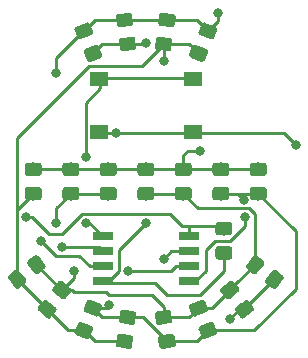
<source format=gbr>
G04 #@! TF.GenerationSoftware,KiCad,Pcbnew,(5.1.4)-1*
G04 #@! TF.CreationDate,2020-01-31T15:03:27+00:00*
G04 #@! TF.ProjectId,KeepCalm,4b656570-4361-46c6-9d2e-6b696361645f,rev?*
G04 #@! TF.SameCoordinates,Original*
G04 #@! TF.FileFunction,Copper,L1,Top*
G04 #@! TF.FilePolarity,Positive*
%FSLAX46Y46*%
G04 Gerber Fmt 4.6, Leading zero omitted, Abs format (unit mm)*
G04 Created by KiCad (PCBNEW (5.1.4)-1) date 2020-01-31 15:03:27*
%MOMM*%
%LPD*%
G04 APERTURE LIST*
G04 #@! TA.AperFunction,Conductor*
%ADD10C,0.100000*%
G04 #@! TD*
G04 #@! TA.AperFunction,SMDPad,CuDef*
%ADD11C,1.150000*%
G04 #@! TD*
G04 #@! TA.AperFunction,SMDPad,CuDef*
%ADD12R,1.550000X1.300000*%
G04 #@! TD*
G04 #@! TA.AperFunction,SMDPad,CuDef*
%ADD13R,1.700000X0.650000*%
G04 #@! TD*
G04 #@! TA.AperFunction,ViaPad*
%ADD14C,0.800000*%
G04 #@! TD*
G04 #@! TA.AperFunction,Conductor*
%ADD15C,0.250000*%
G04 #@! TD*
G04 APERTURE END LIST*
D10*
G04 #@! TO.N,GND*
G04 #@! TO.C,C1*
G36*
X159478505Y-94431204D02*
G01*
X159502773Y-94434804D01*
X159526572Y-94440765D01*
X159549671Y-94449030D01*
X159571850Y-94459520D01*
X159592893Y-94472132D01*
X159612599Y-94486747D01*
X159630777Y-94503223D01*
X159647253Y-94521401D01*
X159661868Y-94541107D01*
X159674480Y-94562150D01*
X159684970Y-94584329D01*
X159693235Y-94607428D01*
X159699196Y-94631227D01*
X159702796Y-94655495D01*
X159704000Y-94679999D01*
X159704000Y-95330001D01*
X159702796Y-95354505D01*
X159699196Y-95378773D01*
X159693235Y-95402572D01*
X159684970Y-95425671D01*
X159674480Y-95447850D01*
X159661868Y-95468893D01*
X159647253Y-95488599D01*
X159630777Y-95506777D01*
X159612599Y-95523253D01*
X159592893Y-95537868D01*
X159571850Y-95550480D01*
X159549671Y-95560970D01*
X159526572Y-95569235D01*
X159502773Y-95575196D01*
X159478505Y-95578796D01*
X159454001Y-95580000D01*
X158553999Y-95580000D01*
X158529495Y-95578796D01*
X158505227Y-95575196D01*
X158481428Y-95569235D01*
X158458329Y-95560970D01*
X158436150Y-95550480D01*
X158415107Y-95537868D01*
X158395401Y-95523253D01*
X158377223Y-95506777D01*
X158360747Y-95488599D01*
X158346132Y-95468893D01*
X158333520Y-95447850D01*
X158323030Y-95425671D01*
X158314765Y-95402572D01*
X158308804Y-95378773D01*
X158305204Y-95354505D01*
X158304000Y-95330001D01*
X158304000Y-94679999D01*
X158305204Y-94655495D01*
X158308804Y-94631227D01*
X158314765Y-94607428D01*
X158323030Y-94584329D01*
X158333520Y-94562150D01*
X158346132Y-94541107D01*
X158360747Y-94521401D01*
X158377223Y-94503223D01*
X158395401Y-94486747D01*
X158415107Y-94472132D01*
X158436150Y-94459520D01*
X158458329Y-94449030D01*
X158481428Y-94440765D01*
X158505227Y-94434804D01*
X158529495Y-94431204D01*
X158553999Y-94430000D01*
X159454001Y-94430000D01*
X159478505Y-94431204D01*
X159478505Y-94431204D01*
G37*
D11*
G04 #@! TD*
G04 #@! TO.P,C1,2*
G04 #@! TO.N,GND*
X159004000Y-95005000D03*
D10*
G04 #@! TO.N,+BATT*
G04 #@! TO.C,C1*
G36*
X159478505Y-92381204D02*
G01*
X159502773Y-92384804D01*
X159526572Y-92390765D01*
X159549671Y-92399030D01*
X159571850Y-92409520D01*
X159592893Y-92422132D01*
X159612599Y-92436747D01*
X159630777Y-92453223D01*
X159647253Y-92471401D01*
X159661868Y-92491107D01*
X159674480Y-92512150D01*
X159684970Y-92534329D01*
X159693235Y-92557428D01*
X159699196Y-92581227D01*
X159702796Y-92605495D01*
X159704000Y-92629999D01*
X159704000Y-93280001D01*
X159702796Y-93304505D01*
X159699196Y-93328773D01*
X159693235Y-93352572D01*
X159684970Y-93375671D01*
X159674480Y-93397850D01*
X159661868Y-93418893D01*
X159647253Y-93438599D01*
X159630777Y-93456777D01*
X159612599Y-93473253D01*
X159592893Y-93487868D01*
X159571850Y-93500480D01*
X159549671Y-93510970D01*
X159526572Y-93519235D01*
X159502773Y-93525196D01*
X159478505Y-93528796D01*
X159454001Y-93530000D01*
X158553999Y-93530000D01*
X158529495Y-93528796D01*
X158505227Y-93525196D01*
X158481428Y-93519235D01*
X158458329Y-93510970D01*
X158436150Y-93500480D01*
X158415107Y-93487868D01*
X158395401Y-93473253D01*
X158377223Y-93456777D01*
X158360747Y-93438599D01*
X158346132Y-93418893D01*
X158333520Y-93397850D01*
X158323030Y-93375671D01*
X158314765Y-93352572D01*
X158308804Y-93328773D01*
X158305204Y-93304505D01*
X158304000Y-93280001D01*
X158304000Y-92629999D01*
X158305204Y-92605495D01*
X158308804Y-92581227D01*
X158314765Y-92557428D01*
X158323030Y-92534329D01*
X158333520Y-92512150D01*
X158346132Y-92491107D01*
X158360747Y-92471401D01*
X158377223Y-92453223D01*
X158395401Y-92436747D01*
X158415107Y-92422132D01*
X158436150Y-92409520D01*
X158458329Y-92399030D01*
X158481428Y-92390765D01*
X158505227Y-92384804D01*
X158529495Y-92381204D01*
X158553999Y-92380000D01*
X159454001Y-92380000D01*
X159478505Y-92381204D01*
X159478505Y-92381204D01*
G37*
D11*
G04 #@! TD*
G04 #@! TO.P,C1,1*
G04 #@! TO.N,+BATT*
X159004000Y-92955000D03*
D10*
G04 #@! TO.N,Net-(D1-Pad1)*
G04 #@! TO.C,D3*
G36*
X162399505Y-89414704D02*
G01*
X162423773Y-89418304D01*
X162447572Y-89424265D01*
X162470671Y-89432530D01*
X162492850Y-89443020D01*
X162513893Y-89455632D01*
X162533599Y-89470247D01*
X162551777Y-89486723D01*
X162568253Y-89504901D01*
X162582868Y-89524607D01*
X162595480Y-89545650D01*
X162605970Y-89567829D01*
X162614235Y-89590928D01*
X162620196Y-89614727D01*
X162623796Y-89638995D01*
X162625000Y-89663499D01*
X162625000Y-90313501D01*
X162623796Y-90338005D01*
X162620196Y-90362273D01*
X162614235Y-90386072D01*
X162605970Y-90409171D01*
X162595480Y-90431350D01*
X162582868Y-90452393D01*
X162568253Y-90472099D01*
X162551777Y-90490277D01*
X162533599Y-90506753D01*
X162513893Y-90521368D01*
X162492850Y-90533980D01*
X162470671Y-90544470D01*
X162447572Y-90552735D01*
X162423773Y-90558696D01*
X162399505Y-90562296D01*
X162375001Y-90563500D01*
X161474999Y-90563500D01*
X161450495Y-90562296D01*
X161426227Y-90558696D01*
X161402428Y-90552735D01*
X161379329Y-90544470D01*
X161357150Y-90533980D01*
X161336107Y-90521368D01*
X161316401Y-90506753D01*
X161298223Y-90490277D01*
X161281747Y-90472099D01*
X161267132Y-90452393D01*
X161254520Y-90431350D01*
X161244030Y-90409171D01*
X161235765Y-90386072D01*
X161229804Y-90362273D01*
X161226204Y-90338005D01*
X161225000Y-90313501D01*
X161225000Y-89663499D01*
X161226204Y-89638995D01*
X161229804Y-89614727D01*
X161235765Y-89590928D01*
X161244030Y-89567829D01*
X161254520Y-89545650D01*
X161267132Y-89524607D01*
X161281747Y-89504901D01*
X161298223Y-89486723D01*
X161316401Y-89470247D01*
X161336107Y-89455632D01*
X161357150Y-89443020D01*
X161379329Y-89432530D01*
X161402428Y-89424265D01*
X161426227Y-89418304D01*
X161450495Y-89414704D01*
X161474999Y-89413500D01*
X162375001Y-89413500D01*
X162399505Y-89414704D01*
X162399505Y-89414704D01*
G37*
D11*
G04 #@! TD*
G04 #@! TO.P,D3,2*
G04 #@! TO.N,Net-(D1-Pad1)*
X161925000Y-89988500D03*
D10*
G04 #@! TO.N,Net-(D10-Pad2)*
G04 #@! TO.C,D3*
G36*
X162399505Y-87364704D02*
G01*
X162423773Y-87368304D01*
X162447572Y-87374265D01*
X162470671Y-87382530D01*
X162492850Y-87393020D01*
X162513893Y-87405632D01*
X162533599Y-87420247D01*
X162551777Y-87436723D01*
X162568253Y-87454901D01*
X162582868Y-87474607D01*
X162595480Y-87495650D01*
X162605970Y-87517829D01*
X162614235Y-87540928D01*
X162620196Y-87564727D01*
X162623796Y-87588995D01*
X162625000Y-87613499D01*
X162625000Y-88263501D01*
X162623796Y-88288005D01*
X162620196Y-88312273D01*
X162614235Y-88336072D01*
X162605970Y-88359171D01*
X162595480Y-88381350D01*
X162582868Y-88402393D01*
X162568253Y-88422099D01*
X162551777Y-88440277D01*
X162533599Y-88456753D01*
X162513893Y-88471368D01*
X162492850Y-88483980D01*
X162470671Y-88494470D01*
X162447572Y-88502735D01*
X162423773Y-88508696D01*
X162399505Y-88512296D01*
X162375001Y-88513500D01*
X161474999Y-88513500D01*
X161450495Y-88512296D01*
X161426227Y-88508696D01*
X161402428Y-88502735D01*
X161379329Y-88494470D01*
X161357150Y-88483980D01*
X161336107Y-88471368D01*
X161316401Y-88456753D01*
X161298223Y-88440277D01*
X161281747Y-88422099D01*
X161267132Y-88402393D01*
X161254520Y-88381350D01*
X161244030Y-88359171D01*
X161235765Y-88336072D01*
X161229804Y-88312273D01*
X161226204Y-88288005D01*
X161225000Y-88263501D01*
X161225000Y-87613499D01*
X161226204Y-87588995D01*
X161229804Y-87564727D01*
X161235765Y-87540928D01*
X161244030Y-87517829D01*
X161254520Y-87495650D01*
X161267132Y-87474607D01*
X161281747Y-87454901D01*
X161298223Y-87436723D01*
X161316401Y-87420247D01*
X161336107Y-87405632D01*
X161357150Y-87393020D01*
X161379329Y-87382530D01*
X161402428Y-87374265D01*
X161426227Y-87368304D01*
X161450495Y-87364704D01*
X161474999Y-87363500D01*
X162375001Y-87363500D01*
X162399505Y-87364704D01*
X162399505Y-87364704D01*
G37*
D11*
G04 #@! TD*
G04 #@! TO.P,D3,1*
G04 #@! TO.N,Net-(D10-Pad2)*
X161925000Y-87938500D03*
D10*
G04 #@! TO.N,Net-(D1-Pad1)*
G04 #@! TO.C,D12*
G36*
X157968209Y-100858982D02*
G01*
X157992477Y-100862582D01*
X158016276Y-100868543D01*
X158039375Y-100876808D01*
X158061554Y-100887298D01*
X158082597Y-100899910D01*
X158102303Y-100914525D01*
X158120481Y-100931001D01*
X158136957Y-100949179D01*
X158151572Y-100968885D01*
X158164184Y-100989928D01*
X158174674Y-101012107D01*
X158423419Y-101612631D01*
X158431684Y-101635730D01*
X158437645Y-101659529D01*
X158441245Y-101683797D01*
X158442449Y-101708301D01*
X158441245Y-101732805D01*
X158437645Y-101757073D01*
X158431684Y-101780872D01*
X158423419Y-101803972D01*
X158412929Y-101826150D01*
X158400317Y-101847193D01*
X158385702Y-101866899D01*
X158369226Y-101885077D01*
X158351048Y-101901553D01*
X158331342Y-101916168D01*
X158310299Y-101928780D01*
X158288121Y-101939270D01*
X157456628Y-102283686D01*
X157433528Y-102291951D01*
X157409729Y-102297912D01*
X157385461Y-102301512D01*
X157360957Y-102302716D01*
X157336453Y-102301512D01*
X157312185Y-102297912D01*
X157288386Y-102291951D01*
X157265287Y-102283686D01*
X157243108Y-102273196D01*
X157222065Y-102260584D01*
X157202359Y-102245969D01*
X157184181Y-102229493D01*
X157167705Y-102211315D01*
X157153090Y-102191609D01*
X157140478Y-102170566D01*
X157129988Y-102148387D01*
X156881243Y-101547863D01*
X156872978Y-101524764D01*
X156867017Y-101500965D01*
X156863417Y-101476697D01*
X156862213Y-101452193D01*
X156863417Y-101427689D01*
X156867017Y-101403421D01*
X156872978Y-101379622D01*
X156881243Y-101356522D01*
X156891733Y-101334344D01*
X156904345Y-101313301D01*
X156918960Y-101293595D01*
X156935436Y-101275417D01*
X156953614Y-101258941D01*
X156973320Y-101244326D01*
X156994363Y-101231714D01*
X157016541Y-101221224D01*
X157848034Y-100876808D01*
X157871134Y-100868543D01*
X157894933Y-100862582D01*
X157919201Y-100858982D01*
X157943705Y-100857778D01*
X157968209Y-100858982D01*
X157968209Y-100858982D01*
G37*
D11*
G04 #@! TD*
G04 #@! TO.P,D12,1*
G04 #@! TO.N,Net-(D1-Pad1)*
X157652331Y-101580247D03*
D10*
G04 #@! TO.N,Net-(D11-Pad1)*
G04 #@! TO.C,D12*
G36*
X157183707Y-98965028D02*
G01*
X157207975Y-98968628D01*
X157231774Y-98974589D01*
X157254873Y-98982854D01*
X157277052Y-98993344D01*
X157298095Y-99005956D01*
X157317801Y-99020571D01*
X157335979Y-99037047D01*
X157352455Y-99055225D01*
X157367070Y-99074931D01*
X157379682Y-99095974D01*
X157390172Y-99118153D01*
X157638917Y-99718677D01*
X157647182Y-99741776D01*
X157653143Y-99765575D01*
X157656743Y-99789843D01*
X157657947Y-99814347D01*
X157656743Y-99838851D01*
X157653143Y-99863119D01*
X157647182Y-99886918D01*
X157638917Y-99910018D01*
X157628427Y-99932196D01*
X157615815Y-99953239D01*
X157601200Y-99972945D01*
X157584724Y-99991123D01*
X157566546Y-100007599D01*
X157546840Y-100022214D01*
X157525797Y-100034826D01*
X157503619Y-100045316D01*
X156672126Y-100389732D01*
X156649026Y-100397997D01*
X156625227Y-100403958D01*
X156600959Y-100407558D01*
X156576455Y-100408762D01*
X156551951Y-100407558D01*
X156527683Y-100403958D01*
X156503884Y-100397997D01*
X156480785Y-100389732D01*
X156458606Y-100379242D01*
X156437563Y-100366630D01*
X156417857Y-100352015D01*
X156399679Y-100335539D01*
X156383203Y-100317361D01*
X156368588Y-100297655D01*
X156355976Y-100276612D01*
X156345486Y-100254433D01*
X156096741Y-99653909D01*
X156088476Y-99630810D01*
X156082515Y-99607011D01*
X156078915Y-99582743D01*
X156077711Y-99558239D01*
X156078915Y-99533735D01*
X156082515Y-99509467D01*
X156088476Y-99485668D01*
X156096741Y-99462568D01*
X156107231Y-99440390D01*
X156119843Y-99419347D01*
X156134458Y-99399641D01*
X156150934Y-99381463D01*
X156169112Y-99364987D01*
X156188818Y-99350372D01*
X156209861Y-99337760D01*
X156232039Y-99327270D01*
X157063532Y-98982854D01*
X157086632Y-98974589D01*
X157110431Y-98968628D01*
X157134699Y-98965028D01*
X157159203Y-98963824D01*
X157183707Y-98965028D01*
X157183707Y-98965028D01*
G37*
D11*
G04 #@! TD*
G04 #@! TO.P,D12,2*
G04 #@! TO.N,Net-(D11-Pad1)*
X156867829Y-99686293D03*
D10*
G04 #@! TO.N,Net-(D13-Pad1)*
G04 #@! TO.C,D7*
G36*
X141527754Y-96452532D02*
G01*
X141551892Y-96456924D01*
X141575483Y-96463660D01*
X141598299Y-96472677D01*
X141620122Y-96483887D01*
X141640742Y-96497181D01*
X141659959Y-96512433D01*
X141677588Y-96529495D01*
X141693461Y-96548202D01*
X142241348Y-97262222D01*
X142255310Y-97282396D01*
X142267227Y-97303840D01*
X142276986Y-97326350D01*
X142284490Y-97349707D01*
X142289670Y-97373688D01*
X142292474Y-97398061D01*
X142292875Y-97422592D01*
X142290870Y-97447043D01*
X142286478Y-97471181D01*
X142279742Y-97494772D01*
X142270725Y-97517588D01*
X142259516Y-97539411D01*
X142246221Y-97560031D01*
X142230969Y-97579248D01*
X142213907Y-97596877D01*
X142195200Y-97612750D01*
X141679519Y-98008446D01*
X141659345Y-98022408D01*
X141637901Y-98034325D01*
X141615391Y-98044084D01*
X141592034Y-98051588D01*
X141568053Y-98056768D01*
X141543680Y-98059572D01*
X141519149Y-98059973D01*
X141494698Y-98057968D01*
X141470560Y-98053576D01*
X141446969Y-98046840D01*
X141424153Y-98037823D01*
X141402330Y-98026613D01*
X141381710Y-98013319D01*
X141362493Y-97998067D01*
X141344864Y-97981005D01*
X141328991Y-97962298D01*
X140781104Y-97248278D01*
X140767142Y-97228104D01*
X140755225Y-97206660D01*
X140745466Y-97184150D01*
X140737962Y-97160793D01*
X140732782Y-97136812D01*
X140729978Y-97112439D01*
X140729577Y-97087908D01*
X140731582Y-97063457D01*
X140735974Y-97039319D01*
X140742710Y-97015728D01*
X140751727Y-96992912D01*
X140762936Y-96971089D01*
X140776231Y-96950469D01*
X140791483Y-96931252D01*
X140808545Y-96913623D01*
X140827252Y-96897750D01*
X141342933Y-96502054D01*
X141363107Y-96488092D01*
X141384551Y-96476175D01*
X141407061Y-96466416D01*
X141430418Y-96458912D01*
X141454399Y-96453732D01*
X141478772Y-96450928D01*
X141503303Y-96450527D01*
X141527754Y-96452532D01*
X141527754Y-96452532D01*
G37*
D11*
G04 #@! TD*
G04 #@! TO.P,D7,1*
G04 #@! TO.N,Net-(D13-Pad1)*
X141511226Y-97255250D03*
D10*
G04 #@! TO.N,Net-(D11-Pad1)*
G04 #@! TO.C,D7*
G36*
X143154128Y-95204572D02*
G01*
X143178266Y-95208964D01*
X143201857Y-95215700D01*
X143224673Y-95224717D01*
X143246496Y-95235927D01*
X143267116Y-95249221D01*
X143286333Y-95264473D01*
X143303962Y-95281535D01*
X143319835Y-95300242D01*
X143867722Y-96014262D01*
X143881684Y-96034436D01*
X143893601Y-96055880D01*
X143903360Y-96078390D01*
X143910864Y-96101747D01*
X143916044Y-96125728D01*
X143918848Y-96150101D01*
X143919249Y-96174632D01*
X143917244Y-96199083D01*
X143912852Y-96223221D01*
X143906116Y-96246812D01*
X143897099Y-96269628D01*
X143885890Y-96291451D01*
X143872595Y-96312071D01*
X143857343Y-96331288D01*
X143840281Y-96348917D01*
X143821574Y-96364790D01*
X143305893Y-96760486D01*
X143285719Y-96774448D01*
X143264275Y-96786365D01*
X143241765Y-96796124D01*
X143218408Y-96803628D01*
X143194427Y-96808808D01*
X143170054Y-96811612D01*
X143145523Y-96812013D01*
X143121072Y-96810008D01*
X143096934Y-96805616D01*
X143073343Y-96798880D01*
X143050527Y-96789863D01*
X143028704Y-96778653D01*
X143008084Y-96765359D01*
X142988867Y-96750107D01*
X142971238Y-96733045D01*
X142955365Y-96714338D01*
X142407478Y-96000318D01*
X142393516Y-95980144D01*
X142381599Y-95958700D01*
X142371840Y-95936190D01*
X142364336Y-95912833D01*
X142359156Y-95888852D01*
X142356352Y-95864479D01*
X142355951Y-95839948D01*
X142357956Y-95815497D01*
X142362348Y-95791359D01*
X142369084Y-95767768D01*
X142378101Y-95744952D01*
X142389310Y-95723129D01*
X142402605Y-95702509D01*
X142417857Y-95683292D01*
X142434919Y-95665663D01*
X142453626Y-95649790D01*
X142969307Y-95254094D01*
X142989481Y-95240132D01*
X143010925Y-95228215D01*
X143033435Y-95218456D01*
X143056792Y-95210952D01*
X143080773Y-95205772D01*
X143105146Y-95202968D01*
X143129677Y-95202567D01*
X143154128Y-95204572D01*
X143154128Y-95204572D01*
G37*
D11*
G04 #@! TD*
G04 #@! TO.P,D7,2*
G04 #@! TO.N,Net-(D11-Pad1)*
X143137600Y-96007290D03*
D10*
G04 #@! TO.N,Net-(D1-Pad1)*
G04 #@! TO.C,D1*
G36*
X148248049Y-77392442D02*
G01*
X148272317Y-77396042D01*
X148296116Y-77402003D01*
X148319215Y-77410268D01*
X148341394Y-77420758D01*
X148362437Y-77433370D01*
X148382143Y-77447985D01*
X148400321Y-77464461D01*
X148416797Y-77482639D01*
X148431412Y-77502345D01*
X148444024Y-77523388D01*
X148454514Y-77545567D01*
X148703259Y-78146091D01*
X148711524Y-78169190D01*
X148717485Y-78192989D01*
X148721085Y-78217257D01*
X148722289Y-78241761D01*
X148721085Y-78266265D01*
X148717485Y-78290533D01*
X148711524Y-78314332D01*
X148703259Y-78337432D01*
X148692769Y-78359610D01*
X148680157Y-78380653D01*
X148665542Y-78400359D01*
X148649066Y-78418537D01*
X148630888Y-78435013D01*
X148611182Y-78449628D01*
X148590139Y-78462240D01*
X148567961Y-78472730D01*
X147736468Y-78817146D01*
X147713368Y-78825411D01*
X147689569Y-78831372D01*
X147665301Y-78834972D01*
X147640797Y-78836176D01*
X147616293Y-78834972D01*
X147592025Y-78831372D01*
X147568226Y-78825411D01*
X147545127Y-78817146D01*
X147522948Y-78806656D01*
X147501905Y-78794044D01*
X147482199Y-78779429D01*
X147464021Y-78762953D01*
X147447545Y-78744775D01*
X147432930Y-78725069D01*
X147420318Y-78704026D01*
X147409828Y-78681847D01*
X147161083Y-78081323D01*
X147152818Y-78058224D01*
X147146857Y-78034425D01*
X147143257Y-78010157D01*
X147142053Y-77985653D01*
X147143257Y-77961149D01*
X147146857Y-77936881D01*
X147152818Y-77913082D01*
X147161083Y-77889982D01*
X147171573Y-77867804D01*
X147184185Y-77846761D01*
X147198800Y-77827055D01*
X147215276Y-77808877D01*
X147233454Y-77792401D01*
X147253160Y-77777786D01*
X147274203Y-77765174D01*
X147296381Y-77754684D01*
X148127874Y-77410268D01*
X148150974Y-77402003D01*
X148174773Y-77396042D01*
X148199041Y-77392442D01*
X148223545Y-77391238D01*
X148248049Y-77392442D01*
X148248049Y-77392442D01*
G37*
D11*
G04 #@! TD*
G04 #@! TO.P,D1,1*
G04 #@! TO.N,Net-(D1-Pad1)*
X147932171Y-78113707D03*
D10*
G04 #@! TO.N,Net-(D1-Pad2)*
G04 #@! TO.C,D1*
G36*
X147463547Y-75498488D02*
G01*
X147487815Y-75502088D01*
X147511614Y-75508049D01*
X147534713Y-75516314D01*
X147556892Y-75526804D01*
X147577935Y-75539416D01*
X147597641Y-75554031D01*
X147615819Y-75570507D01*
X147632295Y-75588685D01*
X147646910Y-75608391D01*
X147659522Y-75629434D01*
X147670012Y-75651613D01*
X147918757Y-76252137D01*
X147927022Y-76275236D01*
X147932983Y-76299035D01*
X147936583Y-76323303D01*
X147937787Y-76347807D01*
X147936583Y-76372311D01*
X147932983Y-76396579D01*
X147927022Y-76420378D01*
X147918757Y-76443478D01*
X147908267Y-76465656D01*
X147895655Y-76486699D01*
X147881040Y-76506405D01*
X147864564Y-76524583D01*
X147846386Y-76541059D01*
X147826680Y-76555674D01*
X147805637Y-76568286D01*
X147783459Y-76578776D01*
X146951966Y-76923192D01*
X146928866Y-76931457D01*
X146905067Y-76937418D01*
X146880799Y-76941018D01*
X146856295Y-76942222D01*
X146831791Y-76941018D01*
X146807523Y-76937418D01*
X146783724Y-76931457D01*
X146760625Y-76923192D01*
X146738446Y-76912702D01*
X146717403Y-76900090D01*
X146697697Y-76885475D01*
X146679519Y-76868999D01*
X146663043Y-76850821D01*
X146648428Y-76831115D01*
X146635816Y-76810072D01*
X146625326Y-76787893D01*
X146376581Y-76187369D01*
X146368316Y-76164270D01*
X146362355Y-76140471D01*
X146358755Y-76116203D01*
X146357551Y-76091699D01*
X146358755Y-76067195D01*
X146362355Y-76042927D01*
X146368316Y-76019128D01*
X146376581Y-75996028D01*
X146387071Y-75973850D01*
X146399683Y-75952807D01*
X146414298Y-75933101D01*
X146430774Y-75914923D01*
X146448952Y-75898447D01*
X146468658Y-75883832D01*
X146489701Y-75871220D01*
X146511879Y-75860730D01*
X147343372Y-75516314D01*
X147366472Y-75508049D01*
X147390271Y-75502088D01*
X147414539Y-75498488D01*
X147439043Y-75497284D01*
X147463547Y-75498488D01*
X147463547Y-75498488D01*
G37*
D11*
G04 #@! TD*
G04 #@! TO.P,D1,2*
G04 #@! TO.N,Net-(D1-Pad2)*
X147147669Y-76219753D03*
D10*
G04 #@! TO.N,Net-(D1-Pad1)*
G04 #@! TO.C,D4*
G36*
X159224505Y-89414704D02*
G01*
X159248773Y-89418304D01*
X159272572Y-89424265D01*
X159295671Y-89432530D01*
X159317850Y-89443020D01*
X159338893Y-89455632D01*
X159358599Y-89470247D01*
X159376777Y-89486723D01*
X159393253Y-89504901D01*
X159407868Y-89524607D01*
X159420480Y-89545650D01*
X159430970Y-89567829D01*
X159439235Y-89590928D01*
X159445196Y-89614727D01*
X159448796Y-89638995D01*
X159450000Y-89663499D01*
X159450000Y-90313501D01*
X159448796Y-90338005D01*
X159445196Y-90362273D01*
X159439235Y-90386072D01*
X159430970Y-90409171D01*
X159420480Y-90431350D01*
X159407868Y-90452393D01*
X159393253Y-90472099D01*
X159376777Y-90490277D01*
X159358599Y-90506753D01*
X159338893Y-90521368D01*
X159317850Y-90533980D01*
X159295671Y-90544470D01*
X159272572Y-90552735D01*
X159248773Y-90558696D01*
X159224505Y-90562296D01*
X159200001Y-90563500D01*
X158299999Y-90563500D01*
X158275495Y-90562296D01*
X158251227Y-90558696D01*
X158227428Y-90552735D01*
X158204329Y-90544470D01*
X158182150Y-90533980D01*
X158161107Y-90521368D01*
X158141401Y-90506753D01*
X158123223Y-90490277D01*
X158106747Y-90472099D01*
X158092132Y-90452393D01*
X158079520Y-90431350D01*
X158069030Y-90409171D01*
X158060765Y-90386072D01*
X158054804Y-90362273D01*
X158051204Y-90338005D01*
X158050000Y-90313501D01*
X158050000Y-89663499D01*
X158051204Y-89638995D01*
X158054804Y-89614727D01*
X158060765Y-89590928D01*
X158069030Y-89567829D01*
X158079520Y-89545650D01*
X158092132Y-89524607D01*
X158106747Y-89504901D01*
X158123223Y-89486723D01*
X158141401Y-89470247D01*
X158161107Y-89455632D01*
X158182150Y-89443020D01*
X158204329Y-89432530D01*
X158227428Y-89424265D01*
X158251227Y-89418304D01*
X158275495Y-89414704D01*
X158299999Y-89413500D01*
X159200001Y-89413500D01*
X159224505Y-89414704D01*
X159224505Y-89414704D01*
G37*
D11*
G04 #@! TD*
G04 #@! TO.P,D4,1*
G04 #@! TO.N,Net-(D1-Pad1)*
X158750000Y-89988500D03*
D10*
G04 #@! TO.N,Net-(D10-Pad2)*
G04 #@! TO.C,D4*
G36*
X159224505Y-87364704D02*
G01*
X159248773Y-87368304D01*
X159272572Y-87374265D01*
X159295671Y-87382530D01*
X159317850Y-87393020D01*
X159338893Y-87405632D01*
X159358599Y-87420247D01*
X159376777Y-87436723D01*
X159393253Y-87454901D01*
X159407868Y-87474607D01*
X159420480Y-87495650D01*
X159430970Y-87517829D01*
X159439235Y-87540928D01*
X159445196Y-87564727D01*
X159448796Y-87588995D01*
X159450000Y-87613499D01*
X159450000Y-88263501D01*
X159448796Y-88288005D01*
X159445196Y-88312273D01*
X159439235Y-88336072D01*
X159430970Y-88359171D01*
X159420480Y-88381350D01*
X159407868Y-88402393D01*
X159393253Y-88422099D01*
X159376777Y-88440277D01*
X159358599Y-88456753D01*
X159338893Y-88471368D01*
X159317850Y-88483980D01*
X159295671Y-88494470D01*
X159272572Y-88502735D01*
X159248773Y-88508696D01*
X159224505Y-88512296D01*
X159200001Y-88513500D01*
X158299999Y-88513500D01*
X158275495Y-88512296D01*
X158251227Y-88508696D01*
X158227428Y-88502735D01*
X158204329Y-88494470D01*
X158182150Y-88483980D01*
X158161107Y-88471368D01*
X158141401Y-88456753D01*
X158123223Y-88440277D01*
X158106747Y-88422099D01*
X158092132Y-88402393D01*
X158079520Y-88381350D01*
X158069030Y-88359171D01*
X158060765Y-88336072D01*
X158054804Y-88312273D01*
X158051204Y-88288005D01*
X158050000Y-88263501D01*
X158050000Y-87613499D01*
X158051204Y-87588995D01*
X158054804Y-87564727D01*
X158060765Y-87540928D01*
X158069030Y-87517829D01*
X158079520Y-87495650D01*
X158092132Y-87474607D01*
X158106747Y-87454901D01*
X158123223Y-87436723D01*
X158141401Y-87420247D01*
X158161107Y-87405632D01*
X158182150Y-87393020D01*
X158204329Y-87382530D01*
X158227428Y-87374265D01*
X158251227Y-87368304D01*
X158275495Y-87364704D01*
X158299999Y-87363500D01*
X159200001Y-87363500D01*
X159224505Y-87364704D01*
X159224505Y-87364704D01*
G37*
D11*
G04 #@! TD*
G04 #@! TO.P,D4,2*
G04 #@! TO.N,Net-(D10-Pad2)*
X158750000Y-87938500D03*
D10*
G04 #@! TO.N,Net-(D10-Pad2)*
G04 #@! TO.C,D5*
G36*
X156049505Y-87364704D02*
G01*
X156073773Y-87368304D01*
X156097572Y-87374265D01*
X156120671Y-87382530D01*
X156142850Y-87393020D01*
X156163893Y-87405632D01*
X156183599Y-87420247D01*
X156201777Y-87436723D01*
X156218253Y-87454901D01*
X156232868Y-87474607D01*
X156245480Y-87495650D01*
X156255970Y-87517829D01*
X156264235Y-87540928D01*
X156270196Y-87564727D01*
X156273796Y-87588995D01*
X156275000Y-87613499D01*
X156275000Y-88263501D01*
X156273796Y-88288005D01*
X156270196Y-88312273D01*
X156264235Y-88336072D01*
X156255970Y-88359171D01*
X156245480Y-88381350D01*
X156232868Y-88402393D01*
X156218253Y-88422099D01*
X156201777Y-88440277D01*
X156183599Y-88456753D01*
X156163893Y-88471368D01*
X156142850Y-88483980D01*
X156120671Y-88494470D01*
X156097572Y-88502735D01*
X156073773Y-88508696D01*
X156049505Y-88512296D01*
X156025001Y-88513500D01*
X155124999Y-88513500D01*
X155100495Y-88512296D01*
X155076227Y-88508696D01*
X155052428Y-88502735D01*
X155029329Y-88494470D01*
X155007150Y-88483980D01*
X154986107Y-88471368D01*
X154966401Y-88456753D01*
X154948223Y-88440277D01*
X154931747Y-88422099D01*
X154917132Y-88402393D01*
X154904520Y-88381350D01*
X154894030Y-88359171D01*
X154885765Y-88336072D01*
X154879804Y-88312273D01*
X154876204Y-88288005D01*
X154875000Y-88263501D01*
X154875000Y-87613499D01*
X154876204Y-87588995D01*
X154879804Y-87564727D01*
X154885765Y-87540928D01*
X154894030Y-87517829D01*
X154904520Y-87495650D01*
X154917132Y-87474607D01*
X154931747Y-87454901D01*
X154948223Y-87436723D01*
X154966401Y-87420247D01*
X154986107Y-87405632D01*
X155007150Y-87393020D01*
X155029329Y-87382530D01*
X155052428Y-87374265D01*
X155076227Y-87368304D01*
X155100495Y-87364704D01*
X155124999Y-87363500D01*
X156025001Y-87363500D01*
X156049505Y-87364704D01*
X156049505Y-87364704D01*
G37*
D11*
G04 #@! TD*
G04 #@! TO.P,D5,2*
G04 #@! TO.N,Net-(D10-Pad2)*
X155575000Y-87938500D03*
D10*
G04 #@! TO.N,Net-(D11-Pad1)*
G04 #@! TO.C,D5*
G36*
X156049505Y-89414704D02*
G01*
X156073773Y-89418304D01*
X156097572Y-89424265D01*
X156120671Y-89432530D01*
X156142850Y-89443020D01*
X156163893Y-89455632D01*
X156183599Y-89470247D01*
X156201777Y-89486723D01*
X156218253Y-89504901D01*
X156232868Y-89524607D01*
X156245480Y-89545650D01*
X156255970Y-89567829D01*
X156264235Y-89590928D01*
X156270196Y-89614727D01*
X156273796Y-89638995D01*
X156275000Y-89663499D01*
X156275000Y-90313501D01*
X156273796Y-90338005D01*
X156270196Y-90362273D01*
X156264235Y-90386072D01*
X156255970Y-90409171D01*
X156245480Y-90431350D01*
X156232868Y-90452393D01*
X156218253Y-90472099D01*
X156201777Y-90490277D01*
X156183599Y-90506753D01*
X156163893Y-90521368D01*
X156142850Y-90533980D01*
X156120671Y-90544470D01*
X156097572Y-90552735D01*
X156073773Y-90558696D01*
X156049505Y-90562296D01*
X156025001Y-90563500D01*
X155124999Y-90563500D01*
X155100495Y-90562296D01*
X155076227Y-90558696D01*
X155052428Y-90552735D01*
X155029329Y-90544470D01*
X155007150Y-90533980D01*
X154986107Y-90521368D01*
X154966401Y-90506753D01*
X154948223Y-90490277D01*
X154931747Y-90472099D01*
X154917132Y-90452393D01*
X154904520Y-90431350D01*
X154894030Y-90409171D01*
X154885765Y-90386072D01*
X154879804Y-90362273D01*
X154876204Y-90338005D01*
X154875000Y-90313501D01*
X154875000Y-89663499D01*
X154876204Y-89638995D01*
X154879804Y-89614727D01*
X154885765Y-89590928D01*
X154894030Y-89567829D01*
X154904520Y-89545650D01*
X154917132Y-89524607D01*
X154931747Y-89504901D01*
X154948223Y-89486723D01*
X154966401Y-89470247D01*
X154986107Y-89455632D01*
X155007150Y-89443020D01*
X155029329Y-89432530D01*
X155052428Y-89424265D01*
X155076227Y-89418304D01*
X155100495Y-89414704D01*
X155124999Y-89413500D01*
X156025001Y-89413500D01*
X156049505Y-89414704D01*
X156049505Y-89414704D01*
G37*
D11*
G04 #@! TD*
G04 #@! TO.P,D5,1*
G04 #@! TO.N,Net-(D11-Pad1)*
X155575000Y-89988500D03*
D10*
G04 #@! TO.N,Net-(D10-Pad2)*
G04 #@! TO.C,D6*
G36*
X152874505Y-87364704D02*
G01*
X152898773Y-87368304D01*
X152922572Y-87374265D01*
X152945671Y-87382530D01*
X152967850Y-87393020D01*
X152988893Y-87405632D01*
X153008599Y-87420247D01*
X153026777Y-87436723D01*
X153043253Y-87454901D01*
X153057868Y-87474607D01*
X153070480Y-87495650D01*
X153080970Y-87517829D01*
X153089235Y-87540928D01*
X153095196Y-87564727D01*
X153098796Y-87588995D01*
X153100000Y-87613499D01*
X153100000Y-88263501D01*
X153098796Y-88288005D01*
X153095196Y-88312273D01*
X153089235Y-88336072D01*
X153080970Y-88359171D01*
X153070480Y-88381350D01*
X153057868Y-88402393D01*
X153043253Y-88422099D01*
X153026777Y-88440277D01*
X153008599Y-88456753D01*
X152988893Y-88471368D01*
X152967850Y-88483980D01*
X152945671Y-88494470D01*
X152922572Y-88502735D01*
X152898773Y-88508696D01*
X152874505Y-88512296D01*
X152850001Y-88513500D01*
X151949999Y-88513500D01*
X151925495Y-88512296D01*
X151901227Y-88508696D01*
X151877428Y-88502735D01*
X151854329Y-88494470D01*
X151832150Y-88483980D01*
X151811107Y-88471368D01*
X151791401Y-88456753D01*
X151773223Y-88440277D01*
X151756747Y-88422099D01*
X151742132Y-88402393D01*
X151729520Y-88381350D01*
X151719030Y-88359171D01*
X151710765Y-88336072D01*
X151704804Y-88312273D01*
X151701204Y-88288005D01*
X151700000Y-88263501D01*
X151700000Y-87613499D01*
X151701204Y-87588995D01*
X151704804Y-87564727D01*
X151710765Y-87540928D01*
X151719030Y-87517829D01*
X151729520Y-87495650D01*
X151742132Y-87474607D01*
X151756747Y-87454901D01*
X151773223Y-87436723D01*
X151791401Y-87420247D01*
X151811107Y-87405632D01*
X151832150Y-87393020D01*
X151854329Y-87382530D01*
X151877428Y-87374265D01*
X151901227Y-87368304D01*
X151925495Y-87364704D01*
X151949999Y-87363500D01*
X152850001Y-87363500D01*
X152874505Y-87364704D01*
X152874505Y-87364704D01*
G37*
D11*
G04 #@! TD*
G04 #@! TO.P,D6,1*
G04 #@! TO.N,Net-(D10-Pad2)*
X152400000Y-87938500D03*
D10*
G04 #@! TO.N,Net-(D11-Pad1)*
G04 #@! TO.C,D6*
G36*
X152874505Y-89414704D02*
G01*
X152898773Y-89418304D01*
X152922572Y-89424265D01*
X152945671Y-89432530D01*
X152967850Y-89443020D01*
X152988893Y-89455632D01*
X153008599Y-89470247D01*
X153026777Y-89486723D01*
X153043253Y-89504901D01*
X153057868Y-89524607D01*
X153070480Y-89545650D01*
X153080970Y-89567829D01*
X153089235Y-89590928D01*
X153095196Y-89614727D01*
X153098796Y-89638995D01*
X153100000Y-89663499D01*
X153100000Y-90313501D01*
X153098796Y-90338005D01*
X153095196Y-90362273D01*
X153089235Y-90386072D01*
X153080970Y-90409171D01*
X153070480Y-90431350D01*
X153057868Y-90452393D01*
X153043253Y-90472099D01*
X153026777Y-90490277D01*
X153008599Y-90506753D01*
X152988893Y-90521368D01*
X152967850Y-90533980D01*
X152945671Y-90544470D01*
X152922572Y-90552735D01*
X152898773Y-90558696D01*
X152874505Y-90562296D01*
X152850001Y-90563500D01*
X151949999Y-90563500D01*
X151925495Y-90562296D01*
X151901227Y-90558696D01*
X151877428Y-90552735D01*
X151854329Y-90544470D01*
X151832150Y-90533980D01*
X151811107Y-90521368D01*
X151791401Y-90506753D01*
X151773223Y-90490277D01*
X151756747Y-90472099D01*
X151742132Y-90452393D01*
X151729520Y-90431350D01*
X151719030Y-90409171D01*
X151710765Y-90386072D01*
X151704804Y-90362273D01*
X151701204Y-90338005D01*
X151700000Y-90313501D01*
X151700000Y-89663499D01*
X151701204Y-89638995D01*
X151704804Y-89614727D01*
X151710765Y-89590928D01*
X151719030Y-89567829D01*
X151729520Y-89545650D01*
X151742132Y-89524607D01*
X151756747Y-89504901D01*
X151773223Y-89486723D01*
X151791401Y-89470247D01*
X151811107Y-89455632D01*
X151832150Y-89443020D01*
X151854329Y-89432530D01*
X151877428Y-89424265D01*
X151901227Y-89418304D01*
X151925495Y-89414704D01*
X151949999Y-89413500D01*
X152850001Y-89413500D01*
X152874505Y-89414704D01*
X152874505Y-89414704D01*
G37*
D11*
G04 #@! TD*
G04 #@! TO.P,D6,2*
G04 #@! TO.N,Net-(D11-Pad1)*
X152400000Y-89988500D03*
D10*
G04 #@! TO.N,Net-(D1-Pad2)*
G04 #@! TO.C,D9*
G36*
X149699505Y-89414704D02*
G01*
X149723773Y-89418304D01*
X149747572Y-89424265D01*
X149770671Y-89432530D01*
X149792850Y-89443020D01*
X149813893Y-89455632D01*
X149833599Y-89470247D01*
X149851777Y-89486723D01*
X149868253Y-89504901D01*
X149882868Y-89524607D01*
X149895480Y-89545650D01*
X149905970Y-89567829D01*
X149914235Y-89590928D01*
X149920196Y-89614727D01*
X149923796Y-89638995D01*
X149925000Y-89663499D01*
X149925000Y-90313501D01*
X149923796Y-90338005D01*
X149920196Y-90362273D01*
X149914235Y-90386072D01*
X149905970Y-90409171D01*
X149895480Y-90431350D01*
X149882868Y-90452393D01*
X149868253Y-90472099D01*
X149851777Y-90490277D01*
X149833599Y-90506753D01*
X149813893Y-90521368D01*
X149792850Y-90533980D01*
X149770671Y-90544470D01*
X149747572Y-90552735D01*
X149723773Y-90558696D01*
X149699505Y-90562296D01*
X149675001Y-90563500D01*
X148774999Y-90563500D01*
X148750495Y-90562296D01*
X148726227Y-90558696D01*
X148702428Y-90552735D01*
X148679329Y-90544470D01*
X148657150Y-90533980D01*
X148636107Y-90521368D01*
X148616401Y-90506753D01*
X148598223Y-90490277D01*
X148581747Y-90472099D01*
X148567132Y-90452393D01*
X148554520Y-90431350D01*
X148544030Y-90409171D01*
X148535765Y-90386072D01*
X148529804Y-90362273D01*
X148526204Y-90338005D01*
X148525000Y-90313501D01*
X148525000Y-89663499D01*
X148526204Y-89638995D01*
X148529804Y-89614727D01*
X148535765Y-89590928D01*
X148544030Y-89567829D01*
X148554520Y-89545650D01*
X148567132Y-89524607D01*
X148581747Y-89504901D01*
X148598223Y-89486723D01*
X148616401Y-89470247D01*
X148636107Y-89455632D01*
X148657150Y-89443020D01*
X148679329Y-89432530D01*
X148702428Y-89424265D01*
X148726227Y-89418304D01*
X148750495Y-89414704D01*
X148774999Y-89413500D01*
X149675001Y-89413500D01*
X149699505Y-89414704D01*
X149699505Y-89414704D01*
G37*
D11*
G04 #@! TD*
G04 #@! TO.P,D9,2*
G04 #@! TO.N,Net-(D1-Pad2)*
X149225000Y-89988500D03*
D10*
G04 #@! TO.N,Net-(D10-Pad2)*
G04 #@! TO.C,D9*
G36*
X149699505Y-87364704D02*
G01*
X149723773Y-87368304D01*
X149747572Y-87374265D01*
X149770671Y-87382530D01*
X149792850Y-87393020D01*
X149813893Y-87405632D01*
X149833599Y-87420247D01*
X149851777Y-87436723D01*
X149868253Y-87454901D01*
X149882868Y-87474607D01*
X149895480Y-87495650D01*
X149905970Y-87517829D01*
X149914235Y-87540928D01*
X149920196Y-87564727D01*
X149923796Y-87588995D01*
X149925000Y-87613499D01*
X149925000Y-88263501D01*
X149923796Y-88288005D01*
X149920196Y-88312273D01*
X149914235Y-88336072D01*
X149905970Y-88359171D01*
X149895480Y-88381350D01*
X149882868Y-88402393D01*
X149868253Y-88422099D01*
X149851777Y-88440277D01*
X149833599Y-88456753D01*
X149813893Y-88471368D01*
X149792850Y-88483980D01*
X149770671Y-88494470D01*
X149747572Y-88502735D01*
X149723773Y-88508696D01*
X149699505Y-88512296D01*
X149675001Y-88513500D01*
X148774999Y-88513500D01*
X148750495Y-88512296D01*
X148726227Y-88508696D01*
X148702428Y-88502735D01*
X148679329Y-88494470D01*
X148657150Y-88483980D01*
X148636107Y-88471368D01*
X148616401Y-88456753D01*
X148598223Y-88440277D01*
X148581747Y-88422099D01*
X148567132Y-88402393D01*
X148554520Y-88381350D01*
X148544030Y-88359171D01*
X148535765Y-88336072D01*
X148529804Y-88312273D01*
X148526204Y-88288005D01*
X148525000Y-88263501D01*
X148525000Y-87613499D01*
X148526204Y-87588995D01*
X148529804Y-87564727D01*
X148535765Y-87540928D01*
X148544030Y-87517829D01*
X148554520Y-87495650D01*
X148567132Y-87474607D01*
X148581747Y-87454901D01*
X148598223Y-87436723D01*
X148616401Y-87420247D01*
X148636107Y-87405632D01*
X148657150Y-87393020D01*
X148679329Y-87382530D01*
X148702428Y-87374265D01*
X148726227Y-87368304D01*
X148750495Y-87364704D01*
X148774999Y-87363500D01*
X149675001Y-87363500D01*
X149699505Y-87364704D01*
X149699505Y-87364704D01*
G37*
D11*
G04 #@! TD*
G04 #@! TO.P,D9,1*
G04 #@! TO.N,Net-(D10-Pad2)*
X149225000Y-87938500D03*
D10*
G04 #@! TO.N,Net-(D1-Pad2)*
G04 #@! TO.C,D10*
G36*
X146524505Y-89414704D02*
G01*
X146548773Y-89418304D01*
X146572572Y-89424265D01*
X146595671Y-89432530D01*
X146617850Y-89443020D01*
X146638893Y-89455632D01*
X146658599Y-89470247D01*
X146676777Y-89486723D01*
X146693253Y-89504901D01*
X146707868Y-89524607D01*
X146720480Y-89545650D01*
X146730970Y-89567829D01*
X146739235Y-89590928D01*
X146745196Y-89614727D01*
X146748796Y-89638995D01*
X146750000Y-89663499D01*
X146750000Y-90313501D01*
X146748796Y-90338005D01*
X146745196Y-90362273D01*
X146739235Y-90386072D01*
X146730970Y-90409171D01*
X146720480Y-90431350D01*
X146707868Y-90452393D01*
X146693253Y-90472099D01*
X146676777Y-90490277D01*
X146658599Y-90506753D01*
X146638893Y-90521368D01*
X146617850Y-90533980D01*
X146595671Y-90544470D01*
X146572572Y-90552735D01*
X146548773Y-90558696D01*
X146524505Y-90562296D01*
X146500001Y-90563500D01*
X145599999Y-90563500D01*
X145575495Y-90562296D01*
X145551227Y-90558696D01*
X145527428Y-90552735D01*
X145504329Y-90544470D01*
X145482150Y-90533980D01*
X145461107Y-90521368D01*
X145441401Y-90506753D01*
X145423223Y-90490277D01*
X145406747Y-90472099D01*
X145392132Y-90452393D01*
X145379520Y-90431350D01*
X145369030Y-90409171D01*
X145360765Y-90386072D01*
X145354804Y-90362273D01*
X145351204Y-90338005D01*
X145350000Y-90313501D01*
X145350000Y-89663499D01*
X145351204Y-89638995D01*
X145354804Y-89614727D01*
X145360765Y-89590928D01*
X145369030Y-89567829D01*
X145379520Y-89545650D01*
X145392132Y-89524607D01*
X145406747Y-89504901D01*
X145423223Y-89486723D01*
X145441401Y-89470247D01*
X145461107Y-89455632D01*
X145482150Y-89443020D01*
X145504329Y-89432530D01*
X145527428Y-89424265D01*
X145551227Y-89418304D01*
X145575495Y-89414704D01*
X145599999Y-89413500D01*
X146500001Y-89413500D01*
X146524505Y-89414704D01*
X146524505Y-89414704D01*
G37*
D11*
G04 #@! TD*
G04 #@! TO.P,D10,1*
G04 #@! TO.N,Net-(D1-Pad2)*
X146050000Y-89988500D03*
D10*
G04 #@! TO.N,Net-(D10-Pad2)*
G04 #@! TO.C,D10*
G36*
X146524505Y-87364704D02*
G01*
X146548773Y-87368304D01*
X146572572Y-87374265D01*
X146595671Y-87382530D01*
X146617850Y-87393020D01*
X146638893Y-87405632D01*
X146658599Y-87420247D01*
X146676777Y-87436723D01*
X146693253Y-87454901D01*
X146707868Y-87474607D01*
X146720480Y-87495650D01*
X146730970Y-87517829D01*
X146739235Y-87540928D01*
X146745196Y-87564727D01*
X146748796Y-87588995D01*
X146750000Y-87613499D01*
X146750000Y-88263501D01*
X146748796Y-88288005D01*
X146745196Y-88312273D01*
X146739235Y-88336072D01*
X146730970Y-88359171D01*
X146720480Y-88381350D01*
X146707868Y-88402393D01*
X146693253Y-88422099D01*
X146676777Y-88440277D01*
X146658599Y-88456753D01*
X146638893Y-88471368D01*
X146617850Y-88483980D01*
X146595671Y-88494470D01*
X146572572Y-88502735D01*
X146548773Y-88508696D01*
X146524505Y-88512296D01*
X146500001Y-88513500D01*
X145599999Y-88513500D01*
X145575495Y-88512296D01*
X145551227Y-88508696D01*
X145527428Y-88502735D01*
X145504329Y-88494470D01*
X145482150Y-88483980D01*
X145461107Y-88471368D01*
X145441401Y-88456753D01*
X145423223Y-88440277D01*
X145406747Y-88422099D01*
X145392132Y-88402393D01*
X145379520Y-88381350D01*
X145369030Y-88359171D01*
X145360765Y-88336072D01*
X145354804Y-88312273D01*
X145351204Y-88288005D01*
X145350000Y-88263501D01*
X145350000Y-87613499D01*
X145351204Y-87588995D01*
X145354804Y-87564727D01*
X145360765Y-87540928D01*
X145369030Y-87517829D01*
X145379520Y-87495650D01*
X145392132Y-87474607D01*
X145406747Y-87454901D01*
X145423223Y-87436723D01*
X145441401Y-87420247D01*
X145461107Y-87405632D01*
X145482150Y-87393020D01*
X145504329Y-87382530D01*
X145527428Y-87374265D01*
X145551227Y-87368304D01*
X145575495Y-87364704D01*
X145599999Y-87363500D01*
X146500001Y-87363500D01*
X146524505Y-87364704D01*
X146524505Y-87364704D01*
G37*
D11*
G04 #@! TD*
G04 #@! TO.P,D10,2*
G04 #@! TO.N,Net-(D10-Pad2)*
X146050000Y-87938500D03*
D10*
G04 #@! TO.N,Net-(D13-Pad1)*
G04 #@! TO.C,D13*
G36*
X143349505Y-89414704D02*
G01*
X143373773Y-89418304D01*
X143397572Y-89424265D01*
X143420671Y-89432530D01*
X143442850Y-89443020D01*
X143463893Y-89455632D01*
X143483599Y-89470247D01*
X143501777Y-89486723D01*
X143518253Y-89504901D01*
X143532868Y-89524607D01*
X143545480Y-89545650D01*
X143555970Y-89567829D01*
X143564235Y-89590928D01*
X143570196Y-89614727D01*
X143573796Y-89638995D01*
X143575000Y-89663499D01*
X143575000Y-90313501D01*
X143573796Y-90338005D01*
X143570196Y-90362273D01*
X143564235Y-90386072D01*
X143555970Y-90409171D01*
X143545480Y-90431350D01*
X143532868Y-90452393D01*
X143518253Y-90472099D01*
X143501777Y-90490277D01*
X143483599Y-90506753D01*
X143463893Y-90521368D01*
X143442850Y-90533980D01*
X143420671Y-90544470D01*
X143397572Y-90552735D01*
X143373773Y-90558696D01*
X143349505Y-90562296D01*
X143325001Y-90563500D01*
X142424999Y-90563500D01*
X142400495Y-90562296D01*
X142376227Y-90558696D01*
X142352428Y-90552735D01*
X142329329Y-90544470D01*
X142307150Y-90533980D01*
X142286107Y-90521368D01*
X142266401Y-90506753D01*
X142248223Y-90490277D01*
X142231747Y-90472099D01*
X142217132Y-90452393D01*
X142204520Y-90431350D01*
X142194030Y-90409171D01*
X142185765Y-90386072D01*
X142179804Y-90362273D01*
X142176204Y-90338005D01*
X142175000Y-90313501D01*
X142175000Y-89663499D01*
X142176204Y-89638995D01*
X142179804Y-89614727D01*
X142185765Y-89590928D01*
X142194030Y-89567829D01*
X142204520Y-89545650D01*
X142217132Y-89524607D01*
X142231747Y-89504901D01*
X142248223Y-89486723D01*
X142266401Y-89470247D01*
X142286107Y-89455632D01*
X142307150Y-89443020D01*
X142329329Y-89432530D01*
X142352428Y-89424265D01*
X142376227Y-89418304D01*
X142400495Y-89414704D01*
X142424999Y-89413500D01*
X143325001Y-89413500D01*
X143349505Y-89414704D01*
X143349505Y-89414704D01*
G37*
D11*
G04 #@! TD*
G04 #@! TO.P,D13,1*
G04 #@! TO.N,Net-(D13-Pad1)*
X142875000Y-89988500D03*
D10*
G04 #@! TO.N,Net-(D10-Pad2)*
G04 #@! TO.C,D13*
G36*
X143349505Y-87364704D02*
G01*
X143373773Y-87368304D01*
X143397572Y-87374265D01*
X143420671Y-87382530D01*
X143442850Y-87393020D01*
X143463893Y-87405632D01*
X143483599Y-87420247D01*
X143501777Y-87436723D01*
X143518253Y-87454901D01*
X143532868Y-87474607D01*
X143545480Y-87495650D01*
X143555970Y-87517829D01*
X143564235Y-87540928D01*
X143570196Y-87564727D01*
X143573796Y-87588995D01*
X143575000Y-87613499D01*
X143575000Y-88263501D01*
X143573796Y-88288005D01*
X143570196Y-88312273D01*
X143564235Y-88336072D01*
X143555970Y-88359171D01*
X143545480Y-88381350D01*
X143532868Y-88402393D01*
X143518253Y-88422099D01*
X143501777Y-88440277D01*
X143483599Y-88456753D01*
X143463893Y-88471368D01*
X143442850Y-88483980D01*
X143420671Y-88494470D01*
X143397572Y-88502735D01*
X143373773Y-88508696D01*
X143349505Y-88512296D01*
X143325001Y-88513500D01*
X142424999Y-88513500D01*
X142400495Y-88512296D01*
X142376227Y-88508696D01*
X142352428Y-88502735D01*
X142329329Y-88494470D01*
X142307150Y-88483980D01*
X142286107Y-88471368D01*
X142266401Y-88456753D01*
X142248223Y-88440277D01*
X142231747Y-88422099D01*
X142217132Y-88402393D01*
X142204520Y-88381350D01*
X142194030Y-88359171D01*
X142185765Y-88336072D01*
X142179804Y-88312273D01*
X142176204Y-88288005D01*
X142175000Y-88263501D01*
X142175000Y-87613499D01*
X142176204Y-87588995D01*
X142179804Y-87564727D01*
X142185765Y-87540928D01*
X142194030Y-87517829D01*
X142204520Y-87495650D01*
X142217132Y-87474607D01*
X142231747Y-87454901D01*
X142248223Y-87436723D01*
X142266401Y-87420247D01*
X142286107Y-87405632D01*
X142307150Y-87393020D01*
X142329329Y-87382530D01*
X142352428Y-87374265D01*
X142376227Y-87368304D01*
X142400495Y-87364704D01*
X142424999Y-87363500D01*
X143325001Y-87363500D01*
X143349505Y-87364704D01*
X143349505Y-87364704D01*
G37*
D11*
G04 #@! TD*
G04 #@! TO.P,D13,2*
G04 #@! TO.N,Net-(D10-Pad2)*
X142875000Y-87938500D03*
D12*
G04 #@! TO.P,SW1,2*
G04 #@! TO.N,GND*
X156375000Y-84800000D03*
G04 #@! TO.P,SW1,1*
G04 #@! TO.N,n_RST*
X156375000Y-80300000D03*
X148425000Y-80300000D03*
G04 #@! TO.P,SW1,2*
G04 #@! TO.N,GND*
X148425000Y-84800000D03*
G04 #@! TD*
D13*
G04 #@! TO.P,U1,1*
G04 #@! TO.N,n_RST*
X148750000Y-93599000D03*
G04 #@! TO.P,U1,2*
G04 #@! TO.N,PIN3*
X148750000Y-94869000D03*
G04 #@! TO.P,U1,3*
G04 #@! TO.N,PIN4*
X148750000Y-96139000D03*
G04 #@! TO.P,U1,4*
G04 #@! TO.N,GND*
X148750000Y-97409000D03*
G04 #@! TO.P,U1,5*
G04 #@! TO.N,PIN0*
X156050000Y-97409000D03*
G04 #@! TO.P,U1,6*
G04 #@! TO.N,PIN1*
X156050000Y-96139000D03*
G04 #@! TO.P,U1,7*
G04 #@! TO.N,PIN2*
X156050000Y-94869000D03*
G04 #@! TO.P,U1,8*
G04 #@! TO.N,+BATT*
X156050000Y-93599000D03*
G04 #@! TD*
D10*
G04 #@! TO.N,Net-(D1-Pad1)*
G04 #@! TO.C,D2*
G36*
X151296187Y-76694460D02*
G01*
X151320560Y-76697264D01*
X151344541Y-76702444D01*
X151367898Y-76709949D01*
X151390408Y-76719707D01*
X151411853Y-76731624D01*
X151432026Y-76745587D01*
X151450734Y-76761459D01*
X151467795Y-76779088D01*
X151483047Y-76798305D01*
X151496342Y-76818925D01*
X151507551Y-76840748D01*
X151516568Y-76863565D01*
X151523304Y-76887155D01*
X151527696Y-76911293D01*
X151612538Y-77555734D01*
X151614543Y-77580185D01*
X151614142Y-77604716D01*
X151611338Y-77629089D01*
X151606158Y-77653070D01*
X151598654Y-77676427D01*
X151588895Y-77698937D01*
X151576978Y-77720382D01*
X151563015Y-77740555D01*
X151547143Y-77759262D01*
X151529514Y-77776324D01*
X151510297Y-77791576D01*
X151489677Y-77804871D01*
X151467854Y-77816080D01*
X151445037Y-77825097D01*
X151421447Y-77831833D01*
X151397309Y-77836225D01*
X150505007Y-77953698D01*
X150480556Y-77955703D01*
X150456025Y-77955302D01*
X150431652Y-77952498D01*
X150407671Y-77947318D01*
X150384314Y-77939813D01*
X150361804Y-77930055D01*
X150340359Y-77918138D01*
X150320186Y-77904175D01*
X150301478Y-77888303D01*
X150284417Y-77870674D01*
X150269165Y-77851457D01*
X150255870Y-77830837D01*
X150244661Y-77809014D01*
X150235644Y-77786197D01*
X150228908Y-77762607D01*
X150224516Y-77738469D01*
X150139674Y-77094028D01*
X150137669Y-77069577D01*
X150138070Y-77045046D01*
X150140874Y-77020673D01*
X150146054Y-76996692D01*
X150153558Y-76973335D01*
X150163317Y-76950825D01*
X150175234Y-76929380D01*
X150189197Y-76909207D01*
X150205069Y-76890500D01*
X150222698Y-76873438D01*
X150241915Y-76858186D01*
X150262535Y-76844891D01*
X150284358Y-76833682D01*
X150307175Y-76824665D01*
X150330765Y-76817929D01*
X150354903Y-76813537D01*
X151247205Y-76696064D01*
X151271656Y-76694059D01*
X151296187Y-76694460D01*
X151296187Y-76694460D01*
G37*
D11*
G04 #@! TD*
G04 #@! TO.P,D2,2*
G04 #@! TO.N,Net-(D1-Pad1)*
X150876106Y-77324881D03*
D10*
G04 #@! TO.N,Net-(D1-Pad2)*
G04 #@! TO.C,D2*
G36*
X151028609Y-74661998D02*
G01*
X151052982Y-74664802D01*
X151076963Y-74669982D01*
X151100320Y-74677487D01*
X151122830Y-74687245D01*
X151144275Y-74699162D01*
X151164448Y-74713125D01*
X151183156Y-74728997D01*
X151200217Y-74746626D01*
X151215469Y-74765843D01*
X151228764Y-74786463D01*
X151239973Y-74808286D01*
X151248990Y-74831103D01*
X151255726Y-74854693D01*
X151260118Y-74878831D01*
X151344960Y-75523272D01*
X151346965Y-75547723D01*
X151346564Y-75572254D01*
X151343760Y-75596627D01*
X151338580Y-75620608D01*
X151331076Y-75643965D01*
X151321317Y-75666475D01*
X151309400Y-75687920D01*
X151295437Y-75708093D01*
X151279565Y-75726800D01*
X151261936Y-75743862D01*
X151242719Y-75759114D01*
X151222099Y-75772409D01*
X151200276Y-75783618D01*
X151177459Y-75792635D01*
X151153869Y-75799371D01*
X151129731Y-75803763D01*
X150237429Y-75921236D01*
X150212978Y-75923241D01*
X150188447Y-75922840D01*
X150164074Y-75920036D01*
X150140093Y-75914856D01*
X150116736Y-75907351D01*
X150094226Y-75897593D01*
X150072781Y-75885676D01*
X150052608Y-75871713D01*
X150033900Y-75855841D01*
X150016839Y-75838212D01*
X150001587Y-75818995D01*
X149988292Y-75798375D01*
X149977083Y-75776552D01*
X149968066Y-75753735D01*
X149961330Y-75730145D01*
X149956938Y-75706007D01*
X149872096Y-75061566D01*
X149870091Y-75037115D01*
X149870492Y-75012584D01*
X149873296Y-74988211D01*
X149878476Y-74964230D01*
X149885980Y-74940873D01*
X149895739Y-74918363D01*
X149907656Y-74896918D01*
X149921619Y-74876745D01*
X149937491Y-74858038D01*
X149955120Y-74840976D01*
X149974337Y-74825724D01*
X149994957Y-74812429D01*
X150016780Y-74801220D01*
X150039597Y-74792203D01*
X150063187Y-74785467D01*
X150087325Y-74781075D01*
X150979627Y-74663602D01*
X151004078Y-74661597D01*
X151028609Y-74661998D01*
X151028609Y-74661998D01*
G37*
D11*
G04 #@! TD*
G04 #@! TO.P,D2,1*
G04 #@! TO.N,Net-(D1-Pad2)*
X150608528Y-75292419D03*
D10*
G04 #@! TO.N,Net-(D11-Pad1)*
G04 #@! TO.C,D8*
G36*
X145149899Y-97381152D02*
G01*
X145174272Y-97383956D01*
X145198253Y-97389136D01*
X145221610Y-97396640D01*
X145244120Y-97406399D01*
X145265564Y-97418316D01*
X145285738Y-97432278D01*
X145999758Y-97980165D01*
X146018465Y-97996038D01*
X146035527Y-98013667D01*
X146050779Y-98032884D01*
X146064074Y-98053504D01*
X146075283Y-98075327D01*
X146084300Y-98098143D01*
X146091036Y-98121734D01*
X146095428Y-98145872D01*
X146097433Y-98170323D01*
X146097032Y-98194854D01*
X146094228Y-98219227D01*
X146089048Y-98243208D01*
X146081544Y-98266565D01*
X146071785Y-98289075D01*
X146059868Y-98310519D01*
X146045906Y-98330693D01*
X145650210Y-98846374D01*
X145634337Y-98865081D01*
X145616708Y-98882143D01*
X145597491Y-98897395D01*
X145576871Y-98910689D01*
X145555048Y-98921899D01*
X145532232Y-98930916D01*
X145508641Y-98937652D01*
X145484503Y-98942044D01*
X145460052Y-98944049D01*
X145435521Y-98943648D01*
X145411148Y-98940844D01*
X145387167Y-98935664D01*
X145363810Y-98928160D01*
X145341300Y-98918401D01*
X145319856Y-98906484D01*
X145299682Y-98892522D01*
X144585662Y-98344635D01*
X144566955Y-98328762D01*
X144549893Y-98311133D01*
X144534641Y-98291916D01*
X144521346Y-98271296D01*
X144510137Y-98249473D01*
X144501120Y-98226657D01*
X144494384Y-98203066D01*
X144489992Y-98178928D01*
X144487987Y-98154477D01*
X144488388Y-98129946D01*
X144491192Y-98105573D01*
X144496372Y-98081592D01*
X144503876Y-98058235D01*
X144513635Y-98035725D01*
X144525552Y-98014281D01*
X144539514Y-97994107D01*
X144935210Y-97478426D01*
X144951083Y-97459719D01*
X144968712Y-97442657D01*
X144987929Y-97427405D01*
X145008549Y-97414111D01*
X145030372Y-97402901D01*
X145053188Y-97393884D01*
X145076779Y-97387148D01*
X145100917Y-97382756D01*
X145125368Y-97380751D01*
X145149899Y-97381152D01*
X145149899Y-97381152D01*
G37*
D11*
G04 #@! TD*
G04 #@! TO.P,D8,1*
G04 #@! TO.N,Net-(D11-Pad1)*
X145292710Y-98162400D03*
D10*
G04 #@! TO.N,Net-(D13-Pad1)*
G04 #@! TO.C,D8*
G36*
X143901939Y-99007526D02*
G01*
X143926312Y-99010330D01*
X143950293Y-99015510D01*
X143973650Y-99023014D01*
X143996160Y-99032773D01*
X144017604Y-99044690D01*
X144037778Y-99058652D01*
X144751798Y-99606539D01*
X144770505Y-99622412D01*
X144787567Y-99640041D01*
X144802819Y-99659258D01*
X144816114Y-99679878D01*
X144827323Y-99701701D01*
X144836340Y-99724517D01*
X144843076Y-99748108D01*
X144847468Y-99772246D01*
X144849473Y-99796697D01*
X144849072Y-99821228D01*
X144846268Y-99845601D01*
X144841088Y-99869582D01*
X144833584Y-99892939D01*
X144823825Y-99915449D01*
X144811908Y-99936893D01*
X144797946Y-99957067D01*
X144402250Y-100472748D01*
X144386377Y-100491455D01*
X144368748Y-100508517D01*
X144349531Y-100523769D01*
X144328911Y-100537063D01*
X144307088Y-100548273D01*
X144284272Y-100557290D01*
X144260681Y-100564026D01*
X144236543Y-100568418D01*
X144212092Y-100570423D01*
X144187561Y-100570022D01*
X144163188Y-100567218D01*
X144139207Y-100562038D01*
X144115850Y-100554534D01*
X144093340Y-100544775D01*
X144071896Y-100532858D01*
X144051722Y-100518896D01*
X143337702Y-99971009D01*
X143318995Y-99955136D01*
X143301933Y-99937507D01*
X143286681Y-99918290D01*
X143273386Y-99897670D01*
X143262177Y-99875847D01*
X143253160Y-99853031D01*
X143246424Y-99829440D01*
X143242032Y-99805302D01*
X143240027Y-99780851D01*
X143240428Y-99756320D01*
X143243232Y-99731947D01*
X143248412Y-99707966D01*
X143255916Y-99684609D01*
X143265675Y-99662099D01*
X143277592Y-99640655D01*
X143291554Y-99620481D01*
X143687250Y-99104800D01*
X143703123Y-99086093D01*
X143720752Y-99069031D01*
X143739969Y-99053779D01*
X143760589Y-99040485D01*
X143782412Y-99029275D01*
X143805228Y-99020258D01*
X143828819Y-99013522D01*
X143852957Y-99009130D01*
X143877408Y-99007125D01*
X143901939Y-99007526D01*
X143901939Y-99007526D01*
G37*
D11*
G04 #@! TD*
G04 #@! TO.P,D8,2*
G04 #@! TO.N,Net-(D13-Pad1)*
X144044750Y-99788774D03*
D10*
G04 #@! TO.N,Net-(D1-Pad1)*
G04 #@! TO.C,D11*
G36*
X154611553Y-101877160D02*
G01*
X154635926Y-101879964D01*
X154659907Y-101885144D01*
X154683264Y-101892649D01*
X154705774Y-101902407D01*
X154727219Y-101914324D01*
X154747392Y-101928287D01*
X154766100Y-101944159D01*
X154783161Y-101961788D01*
X154798413Y-101981005D01*
X154811708Y-102001625D01*
X154822917Y-102023448D01*
X154831934Y-102046265D01*
X154838670Y-102069855D01*
X154843062Y-102093993D01*
X154927904Y-102738434D01*
X154929909Y-102762885D01*
X154929508Y-102787416D01*
X154926704Y-102811789D01*
X154921524Y-102835770D01*
X154914020Y-102859127D01*
X154904261Y-102881637D01*
X154892344Y-102903082D01*
X154878381Y-102923255D01*
X154862509Y-102941962D01*
X154844880Y-102959024D01*
X154825663Y-102974276D01*
X154805043Y-102987571D01*
X154783220Y-102998780D01*
X154760403Y-103007797D01*
X154736813Y-103014533D01*
X154712675Y-103018925D01*
X153820373Y-103136398D01*
X153795922Y-103138403D01*
X153771391Y-103138002D01*
X153747018Y-103135198D01*
X153723037Y-103130018D01*
X153699680Y-103122513D01*
X153677170Y-103112755D01*
X153655725Y-103100838D01*
X153635552Y-103086875D01*
X153616844Y-103071003D01*
X153599783Y-103053374D01*
X153584531Y-103034157D01*
X153571236Y-103013537D01*
X153560027Y-102991714D01*
X153551010Y-102968897D01*
X153544274Y-102945307D01*
X153539882Y-102921169D01*
X153455040Y-102276728D01*
X153453035Y-102252277D01*
X153453436Y-102227746D01*
X153456240Y-102203373D01*
X153461420Y-102179392D01*
X153468924Y-102156035D01*
X153478683Y-102133525D01*
X153490600Y-102112080D01*
X153504563Y-102091907D01*
X153520435Y-102073200D01*
X153538064Y-102056138D01*
X153557281Y-102040886D01*
X153577901Y-102027591D01*
X153599724Y-102016382D01*
X153622541Y-102007365D01*
X153646131Y-102000629D01*
X153670269Y-101996237D01*
X154562571Y-101878764D01*
X154587022Y-101876759D01*
X154611553Y-101877160D01*
X154611553Y-101877160D01*
G37*
D11*
G04 #@! TD*
G04 #@! TO.P,D11,2*
G04 #@! TO.N,Net-(D1-Pad1)*
X154191472Y-102507581D03*
D10*
G04 #@! TO.N,Net-(D11-Pad1)*
G04 #@! TO.C,D11*
G36*
X154343975Y-99844698D02*
G01*
X154368348Y-99847502D01*
X154392329Y-99852682D01*
X154415686Y-99860187D01*
X154438196Y-99869945D01*
X154459641Y-99881862D01*
X154479814Y-99895825D01*
X154498522Y-99911697D01*
X154515583Y-99929326D01*
X154530835Y-99948543D01*
X154544130Y-99969163D01*
X154555339Y-99990986D01*
X154564356Y-100013803D01*
X154571092Y-100037393D01*
X154575484Y-100061531D01*
X154660326Y-100705972D01*
X154662331Y-100730423D01*
X154661930Y-100754954D01*
X154659126Y-100779327D01*
X154653946Y-100803308D01*
X154646442Y-100826665D01*
X154636683Y-100849175D01*
X154624766Y-100870620D01*
X154610803Y-100890793D01*
X154594931Y-100909500D01*
X154577302Y-100926562D01*
X154558085Y-100941814D01*
X154537465Y-100955109D01*
X154515642Y-100966318D01*
X154492825Y-100975335D01*
X154469235Y-100982071D01*
X154445097Y-100986463D01*
X153552795Y-101103936D01*
X153528344Y-101105941D01*
X153503813Y-101105540D01*
X153479440Y-101102736D01*
X153455459Y-101097556D01*
X153432102Y-101090051D01*
X153409592Y-101080293D01*
X153388147Y-101068376D01*
X153367974Y-101054413D01*
X153349266Y-101038541D01*
X153332205Y-101020912D01*
X153316953Y-101001695D01*
X153303658Y-100981075D01*
X153292449Y-100959252D01*
X153283432Y-100936435D01*
X153276696Y-100912845D01*
X153272304Y-100888707D01*
X153187462Y-100244266D01*
X153185457Y-100219815D01*
X153185858Y-100195284D01*
X153188662Y-100170911D01*
X153193842Y-100146930D01*
X153201346Y-100123573D01*
X153211105Y-100101063D01*
X153223022Y-100079618D01*
X153236985Y-100059445D01*
X153252857Y-100040738D01*
X153270486Y-100023676D01*
X153289703Y-100008424D01*
X153310323Y-99995129D01*
X153332146Y-99983920D01*
X153354963Y-99974903D01*
X153378553Y-99968167D01*
X153402691Y-99963775D01*
X154294993Y-99846302D01*
X154319444Y-99844297D01*
X154343975Y-99844698D01*
X154343975Y-99844698D01*
G37*
D11*
G04 #@! TD*
G04 #@! TO.P,D11,1*
G04 #@! TO.N,Net-(D11-Pad1)*
X153923894Y-100475119D03*
D10*
G04 #@! TO.N,Net-(D1-Pad2)*
G04 #@! TO.C,D15*
G36*
X160947043Y-99009130D02*
G01*
X160971181Y-99013522D01*
X160994772Y-99020258D01*
X161017588Y-99029275D01*
X161039411Y-99040484D01*
X161060031Y-99053779D01*
X161079248Y-99069031D01*
X161096877Y-99086093D01*
X161112750Y-99104800D01*
X161508446Y-99620481D01*
X161522408Y-99640655D01*
X161534325Y-99662099D01*
X161544084Y-99684609D01*
X161551588Y-99707966D01*
X161556768Y-99731947D01*
X161559572Y-99756320D01*
X161559973Y-99780851D01*
X161557968Y-99805302D01*
X161553576Y-99829440D01*
X161546840Y-99853031D01*
X161537823Y-99875847D01*
X161526613Y-99897670D01*
X161513319Y-99918290D01*
X161498067Y-99937507D01*
X161481005Y-99955136D01*
X161462298Y-99971009D01*
X160748278Y-100518896D01*
X160728104Y-100532858D01*
X160706660Y-100544775D01*
X160684150Y-100554534D01*
X160660793Y-100562038D01*
X160636812Y-100567218D01*
X160612439Y-100570022D01*
X160587908Y-100570423D01*
X160563457Y-100568418D01*
X160539319Y-100564026D01*
X160515728Y-100557290D01*
X160492912Y-100548273D01*
X160471089Y-100537064D01*
X160450469Y-100523769D01*
X160431252Y-100508517D01*
X160413623Y-100491455D01*
X160397750Y-100472748D01*
X160002054Y-99957067D01*
X159988092Y-99936893D01*
X159976175Y-99915449D01*
X159966416Y-99892939D01*
X159958912Y-99869582D01*
X159953732Y-99845601D01*
X159950928Y-99821228D01*
X159950527Y-99796697D01*
X159952532Y-99772246D01*
X159956924Y-99748108D01*
X159963660Y-99724517D01*
X159972677Y-99701701D01*
X159983887Y-99679878D01*
X159997181Y-99659258D01*
X160012433Y-99640041D01*
X160029495Y-99622412D01*
X160048202Y-99606539D01*
X160762222Y-99058652D01*
X160782396Y-99044690D01*
X160803840Y-99032773D01*
X160826350Y-99023014D01*
X160849707Y-99015510D01*
X160873688Y-99010330D01*
X160898061Y-99007526D01*
X160922592Y-99007125D01*
X160947043Y-99009130D01*
X160947043Y-99009130D01*
G37*
D11*
G04 #@! TD*
G04 #@! TO.P,D15,2*
G04 #@! TO.N,Net-(D1-Pad2)*
X160755250Y-99788774D03*
D10*
G04 #@! TO.N,Net-(D11-Pad1)*
G04 #@! TO.C,D15*
G36*
X159699083Y-97382756D02*
G01*
X159723221Y-97387148D01*
X159746812Y-97393884D01*
X159769628Y-97402901D01*
X159791451Y-97414110D01*
X159812071Y-97427405D01*
X159831288Y-97442657D01*
X159848917Y-97459719D01*
X159864790Y-97478426D01*
X160260486Y-97994107D01*
X160274448Y-98014281D01*
X160286365Y-98035725D01*
X160296124Y-98058235D01*
X160303628Y-98081592D01*
X160308808Y-98105573D01*
X160311612Y-98129946D01*
X160312013Y-98154477D01*
X160310008Y-98178928D01*
X160305616Y-98203066D01*
X160298880Y-98226657D01*
X160289863Y-98249473D01*
X160278653Y-98271296D01*
X160265359Y-98291916D01*
X160250107Y-98311133D01*
X160233045Y-98328762D01*
X160214338Y-98344635D01*
X159500318Y-98892522D01*
X159480144Y-98906484D01*
X159458700Y-98918401D01*
X159436190Y-98928160D01*
X159412833Y-98935664D01*
X159388852Y-98940844D01*
X159364479Y-98943648D01*
X159339948Y-98944049D01*
X159315497Y-98942044D01*
X159291359Y-98937652D01*
X159267768Y-98930916D01*
X159244952Y-98921899D01*
X159223129Y-98910690D01*
X159202509Y-98897395D01*
X159183292Y-98882143D01*
X159165663Y-98865081D01*
X159149790Y-98846374D01*
X158754094Y-98330693D01*
X158740132Y-98310519D01*
X158728215Y-98289075D01*
X158718456Y-98266565D01*
X158710952Y-98243208D01*
X158705772Y-98219227D01*
X158702968Y-98194854D01*
X158702567Y-98170323D01*
X158704572Y-98145872D01*
X158708964Y-98121734D01*
X158715700Y-98098143D01*
X158724717Y-98075327D01*
X158735927Y-98053504D01*
X158749221Y-98032884D01*
X158764473Y-98013667D01*
X158781535Y-97996038D01*
X158800242Y-97980165D01*
X159514262Y-97432278D01*
X159534436Y-97418316D01*
X159555880Y-97406399D01*
X159578390Y-97396640D01*
X159601747Y-97389136D01*
X159625728Y-97383956D01*
X159650101Y-97381152D01*
X159674632Y-97380751D01*
X159699083Y-97382756D01*
X159699083Y-97382756D01*
G37*
D11*
G04 #@! TD*
G04 #@! TO.P,D15,1*
G04 #@! TO.N,Net-(D11-Pad1)*
X159507290Y-98162400D03*
D10*
G04 #@! TO.N,Net-(D1-Pad2)*
G04 #@! TO.C,D16*
G36*
X163321228Y-96450928D02*
G01*
X163345601Y-96453732D01*
X163369582Y-96458912D01*
X163392939Y-96466416D01*
X163415449Y-96476175D01*
X163436893Y-96488092D01*
X163457067Y-96502054D01*
X163972748Y-96897750D01*
X163991455Y-96913623D01*
X164008517Y-96931252D01*
X164023769Y-96950469D01*
X164037063Y-96971089D01*
X164048273Y-96992912D01*
X164057290Y-97015728D01*
X164064026Y-97039319D01*
X164068418Y-97063457D01*
X164070423Y-97087908D01*
X164070022Y-97112439D01*
X164067218Y-97136812D01*
X164062038Y-97160793D01*
X164054534Y-97184150D01*
X164044775Y-97206660D01*
X164032858Y-97228104D01*
X164018896Y-97248278D01*
X163471009Y-97962298D01*
X163455136Y-97981005D01*
X163437507Y-97998067D01*
X163418290Y-98013319D01*
X163397670Y-98026614D01*
X163375847Y-98037823D01*
X163353031Y-98046840D01*
X163329440Y-98053576D01*
X163305302Y-98057968D01*
X163280851Y-98059973D01*
X163256320Y-98059572D01*
X163231947Y-98056768D01*
X163207966Y-98051588D01*
X163184609Y-98044084D01*
X163162099Y-98034325D01*
X163140655Y-98022408D01*
X163120481Y-98008446D01*
X162604800Y-97612750D01*
X162586093Y-97596877D01*
X162569031Y-97579248D01*
X162553779Y-97560031D01*
X162540485Y-97539411D01*
X162529275Y-97517588D01*
X162520258Y-97494772D01*
X162513522Y-97471181D01*
X162509130Y-97447043D01*
X162507125Y-97422592D01*
X162507526Y-97398061D01*
X162510330Y-97373688D01*
X162515510Y-97349707D01*
X162523014Y-97326350D01*
X162532773Y-97303840D01*
X162544690Y-97282396D01*
X162558652Y-97262222D01*
X163106539Y-96548202D01*
X163122412Y-96529495D01*
X163140041Y-96512433D01*
X163159258Y-96497181D01*
X163179878Y-96483886D01*
X163201701Y-96472677D01*
X163224517Y-96463660D01*
X163248108Y-96456924D01*
X163272246Y-96452532D01*
X163296697Y-96450527D01*
X163321228Y-96450928D01*
X163321228Y-96450928D01*
G37*
D11*
G04 #@! TD*
G04 #@! TO.P,D16,1*
G04 #@! TO.N,Net-(D1-Pad2)*
X163288774Y-97255250D03*
D10*
G04 #@! TO.N,Net-(D11-Pad1)*
G04 #@! TO.C,D16*
G36*
X161694854Y-95202968D02*
G01*
X161719227Y-95205772D01*
X161743208Y-95210952D01*
X161766565Y-95218456D01*
X161789075Y-95228215D01*
X161810519Y-95240132D01*
X161830693Y-95254094D01*
X162346374Y-95649790D01*
X162365081Y-95665663D01*
X162382143Y-95683292D01*
X162397395Y-95702509D01*
X162410689Y-95723129D01*
X162421899Y-95744952D01*
X162430916Y-95767768D01*
X162437652Y-95791359D01*
X162442044Y-95815497D01*
X162444049Y-95839948D01*
X162443648Y-95864479D01*
X162440844Y-95888852D01*
X162435664Y-95912833D01*
X162428160Y-95936190D01*
X162418401Y-95958700D01*
X162406484Y-95980144D01*
X162392522Y-96000318D01*
X161844635Y-96714338D01*
X161828762Y-96733045D01*
X161811133Y-96750107D01*
X161791916Y-96765359D01*
X161771296Y-96778654D01*
X161749473Y-96789863D01*
X161726657Y-96798880D01*
X161703066Y-96805616D01*
X161678928Y-96810008D01*
X161654477Y-96812013D01*
X161629946Y-96811612D01*
X161605573Y-96808808D01*
X161581592Y-96803628D01*
X161558235Y-96796124D01*
X161535725Y-96786365D01*
X161514281Y-96774448D01*
X161494107Y-96760486D01*
X160978426Y-96364790D01*
X160959719Y-96348917D01*
X160942657Y-96331288D01*
X160927405Y-96312071D01*
X160914111Y-96291451D01*
X160902901Y-96269628D01*
X160893884Y-96246812D01*
X160887148Y-96223221D01*
X160882756Y-96199083D01*
X160880751Y-96174632D01*
X160881152Y-96150101D01*
X160883956Y-96125728D01*
X160889136Y-96101747D01*
X160896640Y-96078390D01*
X160906399Y-96055880D01*
X160918316Y-96034436D01*
X160932278Y-96014262D01*
X161480165Y-95300242D01*
X161496038Y-95281535D01*
X161513667Y-95264473D01*
X161532884Y-95249221D01*
X161553504Y-95235926D01*
X161575327Y-95224717D01*
X161598143Y-95215700D01*
X161621734Y-95208964D01*
X161645872Y-95204572D01*
X161670323Y-95202567D01*
X161694854Y-95202968D01*
X161694854Y-95202968D01*
G37*
D11*
G04 #@! TD*
G04 #@! TO.P,D16,2*
G04 #@! TO.N,Net-(D11-Pad1)*
X161662400Y-96007290D03*
D10*
G04 #@! TO.N,Net-(D1-Pad1)*
G04 #@! TO.C,D17*
G36*
X147665301Y-98965028D02*
G01*
X147689569Y-98968628D01*
X147713368Y-98974589D01*
X147736468Y-98982854D01*
X148567961Y-99327270D01*
X148590139Y-99337760D01*
X148611182Y-99350372D01*
X148630888Y-99364987D01*
X148649066Y-99381463D01*
X148665542Y-99399641D01*
X148680157Y-99419347D01*
X148692769Y-99440390D01*
X148703259Y-99462569D01*
X148711524Y-99485668D01*
X148717485Y-99509467D01*
X148721085Y-99533735D01*
X148722289Y-99558239D01*
X148721085Y-99582743D01*
X148717485Y-99607011D01*
X148711524Y-99630810D01*
X148703259Y-99653909D01*
X148454514Y-100254433D01*
X148444024Y-100276612D01*
X148431412Y-100297655D01*
X148416797Y-100317361D01*
X148400321Y-100335539D01*
X148382143Y-100352015D01*
X148362437Y-100366630D01*
X148341394Y-100379242D01*
X148319216Y-100389732D01*
X148296116Y-100397997D01*
X148272317Y-100403958D01*
X148248049Y-100407558D01*
X148223545Y-100408762D01*
X148199041Y-100407558D01*
X148174773Y-100403958D01*
X148150974Y-100397997D01*
X148127874Y-100389732D01*
X147296381Y-100045316D01*
X147274203Y-100034826D01*
X147253160Y-100022214D01*
X147233454Y-100007599D01*
X147215276Y-99991123D01*
X147198800Y-99972945D01*
X147184185Y-99953239D01*
X147171573Y-99932196D01*
X147161083Y-99910017D01*
X147152818Y-99886918D01*
X147146857Y-99863119D01*
X147143257Y-99838851D01*
X147142053Y-99814347D01*
X147143257Y-99789843D01*
X147146857Y-99765575D01*
X147152818Y-99741776D01*
X147161083Y-99718677D01*
X147409828Y-99118153D01*
X147420318Y-99095974D01*
X147432930Y-99074931D01*
X147447545Y-99055225D01*
X147464021Y-99037047D01*
X147482199Y-99020571D01*
X147501905Y-99005956D01*
X147522948Y-98993344D01*
X147545126Y-98982854D01*
X147568226Y-98974589D01*
X147592025Y-98968628D01*
X147616293Y-98965028D01*
X147640797Y-98963824D01*
X147665301Y-98965028D01*
X147665301Y-98965028D01*
G37*
D11*
G04 #@! TD*
G04 #@! TO.P,D17,2*
G04 #@! TO.N,Net-(D1-Pad1)*
X147932171Y-99686293D03*
D10*
G04 #@! TO.N,Net-(D13-Pad1)*
G04 #@! TO.C,D17*
G36*
X146880799Y-100858982D02*
G01*
X146905067Y-100862582D01*
X146928866Y-100868543D01*
X146951966Y-100876808D01*
X147783459Y-101221224D01*
X147805637Y-101231714D01*
X147826680Y-101244326D01*
X147846386Y-101258941D01*
X147864564Y-101275417D01*
X147881040Y-101293595D01*
X147895655Y-101313301D01*
X147908267Y-101334344D01*
X147918757Y-101356523D01*
X147927022Y-101379622D01*
X147932983Y-101403421D01*
X147936583Y-101427689D01*
X147937787Y-101452193D01*
X147936583Y-101476697D01*
X147932983Y-101500965D01*
X147927022Y-101524764D01*
X147918757Y-101547863D01*
X147670012Y-102148387D01*
X147659522Y-102170566D01*
X147646910Y-102191609D01*
X147632295Y-102211315D01*
X147615819Y-102229493D01*
X147597641Y-102245969D01*
X147577935Y-102260584D01*
X147556892Y-102273196D01*
X147534714Y-102283686D01*
X147511614Y-102291951D01*
X147487815Y-102297912D01*
X147463547Y-102301512D01*
X147439043Y-102302716D01*
X147414539Y-102301512D01*
X147390271Y-102297912D01*
X147366472Y-102291951D01*
X147343372Y-102283686D01*
X146511879Y-101939270D01*
X146489701Y-101928780D01*
X146468658Y-101916168D01*
X146448952Y-101901553D01*
X146430774Y-101885077D01*
X146414298Y-101866899D01*
X146399683Y-101847193D01*
X146387071Y-101826150D01*
X146376581Y-101803971D01*
X146368316Y-101780872D01*
X146362355Y-101757073D01*
X146358755Y-101732805D01*
X146357551Y-101708301D01*
X146358755Y-101683797D01*
X146362355Y-101659529D01*
X146368316Y-101635730D01*
X146376581Y-101612631D01*
X146625326Y-101012107D01*
X146635816Y-100989928D01*
X146648428Y-100968885D01*
X146663043Y-100949179D01*
X146679519Y-100931001D01*
X146697697Y-100914525D01*
X146717403Y-100899910D01*
X146738446Y-100887298D01*
X146760624Y-100876808D01*
X146783724Y-100868543D01*
X146807523Y-100862582D01*
X146831791Y-100858982D01*
X146856295Y-100857778D01*
X146880799Y-100858982D01*
X146880799Y-100858982D01*
G37*
D11*
G04 #@! TD*
G04 #@! TO.P,D17,1*
G04 #@! TO.N,Net-(D13-Pad1)*
X147147669Y-101580247D03*
D10*
G04 #@! TO.N,Net-(D1-Pad1)*
G04 #@! TO.C,D18*
G36*
X150505007Y-99846302D02*
G01*
X151397309Y-99963775D01*
X151421447Y-99968167D01*
X151445037Y-99974903D01*
X151467854Y-99983920D01*
X151489677Y-99995129D01*
X151510297Y-100008424D01*
X151529514Y-100023676D01*
X151547143Y-100040737D01*
X151563015Y-100059445D01*
X151576978Y-100079618D01*
X151588895Y-100101063D01*
X151598653Y-100123573D01*
X151606158Y-100146930D01*
X151611338Y-100170911D01*
X151614142Y-100195284D01*
X151614543Y-100219815D01*
X151612538Y-100244266D01*
X151527696Y-100888707D01*
X151523304Y-100912845D01*
X151516568Y-100936435D01*
X151507551Y-100959252D01*
X151496342Y-100981075D01*
X151483047Y-101001695D01*
X151467795Y-101020912D01*
X151450733Y-101038541D01*
X151432026Y-101054413D01*
X151411853Y-101068376D01*
X151390408Y-101080293D01*
X151367898Y-101090052D01*
X151344541Y-101097556D01*
X151320560Y-101102736D01*
X151296187Y-101105540D01*
X151271656Y-101105941D01*
X151247205Y-101103936D01*
X150354903Y-100986463D01*
X150330765Y-100982071D01*
X150307175Y-100975335D01*
X150284358Y-100966318D01*
X150262535Y-100955109D01*
X150241915Y-100941814D01*
X150222698Y-100926562D01*
X150205069Y-100909501D01*
X150189197Y-100890793D01*
X150175234Y-100870620D01*
X150163317Y-100849175D01*
X150153559Y-100826665D01*
X150146054Y-100803308D01*
X150140874Y-100779327D01*
X150138070Y-100754954D01*
X150137669Y-100730423D01*
X150139674Y-100705972D01*
X150224516Y-100061531D01*
X150228908Y-100037393D01*
X150235644Y-100013803D01*
X150244661Y-99990986D01*
X150255870Y-99969163D01*
X150269165Y-99948543D01*
X150284417Y-99929326D01*
X150301479Y-99911697D01*
X150320186Y-99895825D01*
X150340359Y-99881862D01*
X150361804Y-99869945D01*
X150384314Y-99860186D01*
X150407671Y-99852682D01*
X150431652Y-99847502D01*
X150456025Y-99844698D01*
X150480556Y-99844297D01*
X150505007Y-99846302D01*
X150505007Y-99846302D01*
G37*
D11*
G04 #@! TD*
G04 #@! TO.P,D18,1*
G04 #@! TO.N,Net-(D1-Pad1)*
X150876106Y-100475119D03*
D10*
G04 #@! TO.N,Net-(D13-Pad1)*
G04 #@! TO.C,D18*
G36*
X150237429Y-101878764D02*
G01*
X151129731Y-101996237D01*
X151153869Y-102000629D01*
X151177459Y-102007365D01*
X151200276Y-102016382D01*
X151222099Y-102027591D01*
X151242719Y-102040886D01*
X151261936Y-102056138D01*
X151279565Y-102073199D01*
X151295437Y-102091907D01*
X151309400Y-102112080D01*
X151321317Y-102133525D01*
X151331075Y-102156035D01*
X151338580Y-102179392D01*
X151343760Y-102203373D01*
X151346564Y-102227746D01*
X151346965Y-102252277D01*
X151344960Y-102276728D01*
X151260118Y-102921169D01*
X151255726Y-102945307D01*
X151248990Y-102968897D01*
X151239973Y-102991714D01*
X151228764Y-103013537D01*
X151215469Y-103034157D01*
X151200217Y-103053374D01*
X151183155Y-103071003D01*
X151164448Y-103086875D01*
X151144275Y-103100838D01*
X151122830Y-103112755D01*
X151100320Y-103122514D01*
X151076963Y-103130018D01*
X151052982Y-103135198D01*
X151028609Y-103138002D01*
X151004078Y-103138403D01*
X150979627Y-103136398D01*
X150087325Y-103018925D01*
X150063187Y-103014533D01*
X150039597Y-103007797D01*
X150016780Y-102998780D01*
X149994957Y-102987571D01*
X149974337Y-102974276D01*
X149955120Y-102959024D01*
X149937491Y-102941963D01*
X149921619Y-102923255D01*
X149907656Y-102903082D01*
X149895739Y-102881637D01*
X149885981Y-102859127D01*
X149878476Y-102835770D01*
X149873296Y-102811789D01*
X149870492Y-102787416D01*
X149870091Y-102762885D01*
X149872096Y-102738434D01*
X149956938Y-102093993D01*
X149961330Y-102069855D01*
X149968066Y-102046265D01*
X149977083Y-102023448D01*
X149988292Y-102001625D01*
X150001587Y-101981005D01*
X150016839Y-101961788D01*
X150033901Y-101944159D01*
X150052608Y-101928287D01*
X150072781Y-101914324D01*
X150094226Y-101902407D01*
X150116736Y-101892648D01*
X150140093Y-101885144D01*
X150164074Y-101879964D01*
X150188447Y-101877160D01*
X150212978Y-101876759D01*
X150237429Y-101878764D01*
X150237429Y-101878764D01*
G37*
D11*
G04 #@! TD*
G04 #@! TO.P,D18,2*
G04 #@! TO.N,Net-(D13-Pad1)*
X150608528Y-102507581D03*
D10*
G04 #@! TO.N,Net-(D1-Pad2)*
G04 #@! TO.C,D19*
G36*
X153820373Y-74663602D02*
G01*
X154712675Y-74781075D01*
X154736813Y-74785467D01*
X154760403Y-74792203D01*
X154783220Y-74801220D01*
X154805043Y-74812429D01*
X154825663Y-74825724D01*
X154844880Y-74840976D01*
X154862509Y-74858037D01*
X154878381Y-74876745D01*
X154892344Y-74896918D01*
X154904261Y-74918363D01*
X154914019Y-74940873D01*
X154921524Y-74964230D01*
X154926704Y-74988211D01*
X154929508Y-75012584D01*
X154929909Y-75037115D01*
X154927904Y-75061566D01*
X154843062Y-75706007D01*
X154838670Y-75730145D01*
X154831934Y-75753735D01*
X154822917Y-75776552D01*
X154811708Y-75798375D01*
X154798413Y-75818995D01*
X154783161Y-75838212D01*
X154766099Y-75855841D01*
X154747392Y-75871713D01*
X154727219Y-75885676D01*
X154705774Y-75897593D01*
X154683264Y-75907352D01*
X154659907Y-75914856D01*
X154635926Y-75920036D01*
X154611553Y-75922840D01*
X154587022Y-75923241D01*
X154562571Y-75921236D01*
X153670269Y-75803763D01*
X153646131Y-75799371D01*
X153622541Y-75792635D01*
X153599724Y-75783618D01*
X153577901Y-75772409D01*
X153557281Y-75759114D01*
X153538064Y-75743862D01*
X153520435Y-75726801D01*
X153504563Y-75708093D01*
X153490600Y-75687920D01*
X153478683Y-75666475D01*
X153468925Y-75643965D01*
X153461420Y-75620608D01*
X153456240Y-75596627D01*
X153453436Y-75572254D01*
X153453035Y-75547723D01*
X153455040Y-75523272D01*
X153539882Y-74878831D01*
X153544274Y-74854693D01*
X153551010Y-74831103D01*
X153560027Y-74808286D01*
X153571236Y-74786463D01*
X153584531Y-74765843D01*
X153599783Y-74746626D01*
X153616845Y-74728997D01*
X153635552Y-74713125D01*
X153655725Y-74699162D01*
X153677170Y-74687245D01*
X153699680Y-74677486D01*
X153723037Y-74669982D01*
X153747018Y-74664802D01*
X153771391Y-74661998D01*
X153795922Y-74661597D01*
X153820373Y-74663602D01*
X153820373Y-74663602D01*
G37*
D11*
G04 #@! TD*
G04 #@! TO.P,D19,2*
G04 #@! TO.N,Net-(D1-Pad2)*
X154191472Y-75292419D03*
D10*
G04 #@! TO.N,Net-(D13-Pad1)*
G04 #@! TO.C,D19*
G36*
X153552795Y-76696064D02*
G01*
X154445097Y-76813537D01*
X154469235Y-76817929D01*
X154492825Y-76824665D01*
X154515642Y-76833682D01*
X154537465Y-76844891D01*
X154558085Y-76858186D01*
X154577302Y-76873438D01*
X154594931Y-76890499D01*
X154610803Y-76909207D01*
X154624766Y-76929380D01*
X154636683Y-76950825D01*
X154646441Y-76973335D01*
X154653946Y-76996692D01*
X154659126Y-77020673D01*
X154661930Y-77045046D01*
X154662331Y-77069577D01*
X154660326Y-77094028D01*
X154575484Y-77738469D01*
X154571092Y-77762607D01*
X154564356Y-77786197D01*
X154555339Y-77809014D01*
X154544130Y-77830837D01*
X154530835Y-77851457D01*
X154515583Y-77870674D01*
X154498521Y-77888303D01*
X154479814Y-77904175D01*
X154459641Y-77918138D01*
X154438196Y-77930055D01*
X154415686Y-77939814D01*
X154392329Y-77947318D01*
X154368348Y-77952498D01*
X154343975Y-77955302D01*
X154319444Y-77955703D01*
X154294993Y-77953698D01*
X153402691Y-77836225D01*
X153378553Y-77831833D01*
X153354963Y-77825097D01*
X153332146Y-77816080D01*
X153310323Y-77804871D01*
X153289703Y-77791576D01*
X153270486Y-77776324D01*
X153252857Y-77759263D01*
X153236985Y-77740555D01*
X153223022Y-77720382D01*
X153211105Y-77698937D01*
X153201347Y-77676427D01*
X153193842Y-77653070D01*
X153188662Y-77629089D01*
X153185858Y-77604716D01*
X153185457Y-77580185D01*
X153187462Y-77555734D01*
X153272304Y-76911293D01*
X153276696Y-76887155D01*
X153283432Y-76863565D01*
X153292449Y-76840748D01*
X153303658Y-76818925D01*
X153316953Y-76798305D01*
X153332205Y-76779088D01*
X153349267Y-76761459D01*
X153367974Y-76745587D01*
X153388147Y-76731624D01*
X153409592Y-76719707D01*
X153432102Y-76709948D01*
X153455459Y-76702444D01*
X153479440Y-76697264D01*
X153503813Y-76694460D01*
X153528344Y-76694059D01*
X153552795Y-76696064D01*
X153552795Y-76696064D01*
G37*
D11*
G04 #@! TD*
G04 #@! TO.P,D19,1*
G04 #@! TO.N,Net-(D13-Pad1)*
X153923894Y-77324881D03*
D10*
G04 #@! TO.N,Net-(D1-Pad2)*
G04 #@! TO.C,D20*
G36*
X157385461Y-75498488D02*
G01*
X157409729Y-75502088D01*
X157433528Y-75508049D01*
X157456628Y-75516314D01*
X158288121Y-75860730D01*
X158310299Y-75871220D01*
X158331342Y-75883832D01*
X158351048Y-75898447D01*
X158369226Y-75914923D01*
X158385702Y-75933101D01*
X158400317Y-75952807D01*
X158412929Y-75973850D01*
X158423419Y-75996029D01*
X158431684Y-76019128D01*
X158437645Y-76042927D01*
X158441245Y-76067195D01*
X158442449Y-76091699D01*
X158441245Y-76116203D01*
X158437645Y-76140471D01*
X158431684Y-76164270D01*
X158423419Y-76187369D01*
X158174674Y-76787893D01*
X158164184Y-76810072D01*
X158151572Y-76831115D01*
X158136957Y-76850821D01*
X158120481Y-76868999D01*
X158102303Y-76885475D01*
X158082597Y-76900090D01*
X158061554Y-76912702D01*
X158039376Y-76923192D01*
X158016276Y-76931457D01*
X157992477Y-76937418D01*
X157968209Y-76941018D01*
X157943705Y-76942222D01*
X157919201Y-76941018D01*
X157894933Y-76937418D01*
X157871134Y-76931457D01*
X157848034Y-76923192D01*
X157016541Y-76578776D01*
X156994363Y-76568286D01*
X156973320Y-76555674D01*
X156953614Y-76541059D01*
X156935436Y-76524583D01*
X156918960Y-76506405D01*
X156904345Y-76486699D01*
X156891733Y-76465656D01*
X156881243Y-76443477D01*
X156872978Y-76420378D01*
X156867017Y-76396579D01*
X156863417Y-76372311D01*
X156862213Y-76347807D01*
X156863417Y-76323303D01*
X156867017Y-76299035D01*
X156872978Y-76275236D01*
X156881243Y-76252137D01*
X157129988Y-75651613D01*
X157140478Y-75629434D01*
X157153090Y-75608391D01*
X157167705Y-75588685D01*
X157184181Y-75570507D01*
X157202359Y-75554031D01*
X157222065Y-75539416D01*
X157243108Y-75526804D01*
X157265286Y-75516314D01*
X157288386Y-75508049D01*
X157312185Y-75502088D01*
X157336453Y-75498488D01*
X157360957Y-75497284D01*
X157385461Y-75498488D01*
X157385461Y-75498488D01*
G37*
D11*
G04 #@! TD*
G04 #@! TO.P,D20,1*
G04 #@! TO.N,Net-(D1-Pad2)*
X157652331Y-76219753D03*
D10*
G04 #@! TO.N,Net-(D13-Pad1)*
G04 #@! TO.C,D20*
G36*
X156600959Y-77392442D02*
G01*
X156625227Y-77396042D01*
X156649026Y-77402003D01*
X156672126Y-77410268D01*
X157503619Y-77754684D01*
X157525797Y-77765174D01*
X157546840Y-77777786D01*
X157566546Y-77792401D01*
X157584724Y-77808877D01*
X157601200Y-77827055D01*
X157615815Y-77846761D01*
X157628427Y-77867804D01*
X157638917Y-77889983D01*
X157647182Y-77913082D01*
X157653143Y-77936881D01*
X157656743Y-77961149D01*
X157657947Y-77985653D01*
X157656743Y-78010157D01*
X157653143Y-78034425D01*
X157647182Y-78058224D01*
X157638917Y-78081323D01*
X157390172Y-78681847D01*
X157379682Y-78704026D01*
X157367070Y-78725069D01*
X157352455Y-78744775D01*
X157335979Y-78762953D01*
X157317801Y-78779429D01*
X157298095Y-78794044D01*
X157277052Y-78806656D01*
X157254874Y-78817146D01*
X157231774Y-78825411D01*
X157207975Y-78831372D01*
X157183707Y-78834972D01*
X157159203Y-78836176D01*
X157134699Y-78834972D01*
X157110431Y-78831372D01*
X157086632Y-78825411D01*
X157063532Y-78817146D01*
X156232039Y-78472730D01*
X156209861Y-78462240D01*
X156188818Y-78449628D01*
X156169112Y-78435013D01*
X156150934Y-78418537D01*
X156134458Y-78400359D01*
X156119843Y-78380653D01*
X156107231Y-78359610D01*
X156096741Y-78337431D01*
X156088476Y-78314332D01*
X156082515Y-78290533D01*
X156078915Y-78266265D01*
X156077711Y-78241761D01*
X156078915Y-78217257D01*
X156082515Y-78192989D01*
X156088476Y-78169190D01*
X156096741Y-78146091D01*
X156345486Y-77545567D01*
X156355976Y-77523388D01*
X156368588Y-77502345D01*
X156383203Y-77482639D01*
X156399679Y-77464461D01*
X156417857Y-77447985D01*
X156437563Y-77433370D01*
X156458606Y-77420758D01*
X156480784Y-77410268D01*
X156503884Y-77402003D01*
X156527683Y-77396042D01*
X156551951Y-77392442D01*
X156576455Y-77391238D01*
X156600959Y-77392442D01*
X156600959Y-77392442D01*
G37*
D11*
G04 #@! TD*
G04 #@! TO.P,D20,2*
G04 #@! TO.N,Net-(D13-Pad1)*
X156867829Y-78113707D03*
D14*
G04 #@! TO.N,GND*
X152400000Y-92456000D03*
X165100000Y-85852000D03*
X149859998Y-84836000D03*
G04 #@! TO.N,+BATT*
X142240000Y-91948000D03*
G04 #@! TO.N,Net-(D1-Pad1)*
X149294202Y-99460526D03*
X152399978Y-77216000D03*
X160711833Y-90497989D03*
G04 #@! TO.N,Net-(D1-Pad2)*
X144780000Y-79756000D03*
X159512000Y-100584000D03*
X158496000Y-74676000D03*
X144784660Y-92451340D03*
G04 #@! TO.N,Net-(D10-Pad2)*
X156972000Y-86360000D03*
G04 #@! TO.N,Net-(D11-Pad1)*
X146304000Y-96520000D03*
G04 #@! TO.N,Net-(D13-Pad1)*
X153924000Y-78740000D03*
G04 #@! TO.N,PIN0*
X160782000Y-91948000D03*
G04 #@! TO.N,PIN1*
X150876012Y-96520000D03*
G04 #@! TO.N,PIN2*
X153923993Y-95504007D03*
G04 #@! TO.N,PIN3*
X145287994Y-94488000D03*
G04 #@! TO.N,PIN4*
X143510005Y-93979995D03*
G04 #@! TO.N,n_RST*
X147320000Y-86868000D03*
X147320000Y-92456000D03*
G04 #@! TD*
D15*
G04 #@! TO.N,GND*
X150425683Y-84836000D02*
X149859998Y-84836000D01*
X165100000Y-85852000D02*
X164084000Y-84836000D01*
X164084000Y-84836000D02*
X150425683Y-84836000D01*
X148461000Y-84836000D02*
X148425000Y-84800000D01*
X149859998Y-84836000D02*
X148461000Y-84836000D01*
X159004000Y-94497000D02*
X159004000Y-95005000D01*
X149275000Y-97409000D02*
X148750000Y-97409000D01*
X150114000Y-96570000D02*
X149275000Y-97409000D01*
X152400000Y-92456000D02*
X150114000Y-94742000D01*
X150114000Y-94742000D02*
X150114000Y-96570000D01*
X159004000Y-95680000D02*
X159004000Y-95005000D01*
X159004000Y-96520000D02*
X159004000Y-95680000D01*
X156972000Y-98552000D02*
X159004000Y-96520000D01*
X154178000Y-98552000D02*
X156972000Y-98552000D01*
X149318000Y-97536000D02*
X153162000Y-97536000D01*
X153162000Y-97536000D02*
X154178000Y-98552000D01*
G04 #@! TO.N,+BATT*
X158741000Y-92710000D02*
X159004000Y-92447000D01*
X156177000Y-92710000D02*
X158741000Y-92710000D01*
X158759000Y-92710000D02*
X159004000Y-92955000D01*
X156177000Y-92710000D02*
X158759000Y-92710000D01*
X155431500Y-92710000D02*
X154452499Y-91730999D01*
X142805685Y-91948000D02*
X142240000Y-91948000D01*
X154452499Y-91730999D02*
X146971999Y-91730999D01*
X146971999Y-91730999D02*
X145324999Y-93377999D01*
X145324999Y-93377999D02*
X144235684Y-93377999D01*
X156177000Y-92710000D02*
X155431500Y-92710000D01*
X144235684Y-93377999D02*
X142805685Y-91948000D01*
X156050000Y-92837000D02*
X156050000Y-93599000D01*
X156177000Y-92710000D02*
X156050000Y-92837000D01*
G04 #@! TO.N,Net-(D1-Pad1)*
X148720997Y-100475119D02*
X150876106Y-100475119D01*
X147932171Y-99686293D02*
X148720997Y-100475119D01*
X152159010Y-100475119D02*
X150876106Y-100475119D01*
X154191472Y-102507581D02*
X152159010Y-100475119D01*
X156724997Y-102507581D02*
X157652331Y-101580247D01*
X154191472Y-102507581D02*
X156724997Y-102507581D01*
X148720997Y-77324881D02*
X150876106Y-77324881D01*
X147932171Y-78113707D02*
X148720997Y-77324881D01*
X158750000Y-89988500D02*
X161925000Y-89988500D01*
X147932171Y-99686293D02*
X149068435Y-99686293D01*
X149068435Y-99686293D02*
X149294202Y-99460526D01*
X165100000Y-93163500D02*
X165100000Y-98044000D01*
X161563753Y-101580247D02*
X158510005Y-101580247D01*
X161925000Y-89988500D02*
X165100000Y-93163500D01*
X165100000Y-98044000D02*
X161563753Y-101580247D01*
X158510005Y-101580247D02*
X157652331Y-101580247D01*
X152291097Y-77324881D02*
X152399978Y-77216000D01*
X150876106Y-77324881D02*
X152291097Y-77324881D01*
X160202344Y-89988500D02*
X160311834Y-90097990D01*
X158750000Y-89988500D02*
X160202344Y-89988500D01*
X160311834Y-90097990D02*
X160711833Y-90497989D01*
G04 #@! TO.N,Net-(D1-Pad2)*
X160755250Y-99788774D02*
X163288774Y-97255250D01*
X150608528Y-75292419D02*
X154191472Y-75292419D01*
X156724997Y-75292419D02*
X157652331Y-76219753D01*
X154191472Y-75292419D02*
X156724997Y-75292419D01*
X146050000Y-89988500D02*
X149225000Y-89988500D01*
X160755250Y-99788774D02*
X160307226Y-99788774D01*
X160307226Y-99788774D02*
X159512000Y-100584000D01*
X158496000Y-75376084D02*
X157652331Y-76219753D01*
X158496000Y-74676000D02*
X158496000Y-75376084D01*
X146050000Y-89988500D02*
X144784660Y-91253840D01*
X144784660Y-91253840D02*
X144784660Y-91885655D01*
X144784660Y-91885655D02*
X144784660Y-92451340D01*
X144780000Y-78486000D02*
X144780000Y-79756000D01*
X147147669Y-76219753D02*
X147046247Y-76219753D01*
X147046247Y-76219753D02*
X144780000Y-78486000D01*
X149243581Y-75292419D02*
X150608528Y-75292419D01*
X147147669Y-76219753D02*
X148075003Y-75292419D01*
X148075003Y-75292419D02*
X149243581Y-75292419D01*
G04 #@! TO.N,Net-(D10-Pad2)*
X143675000Y-87938500D02*
X146050000Y-87938500D01*
X142875000Y-87938500D02*
X143675000Y-87938500D01*
X146050000Y-87938500D02*
X149225000Y-87938500D01*
X150025000Y-87938500D02*
X152400000Y-87938500D01*
X149225000Y-87938500D02*
X150025000Y-87938500D01*
X153200000Y-87938500D02*
X155575000Y-87938500D01*
X152400000Y-87938500D02*
X153200000Y-87938500D01*
X155575000Y-87938500D02*
X158750000Y-87938500D01*
X158750000Y-87938500D02*
X161925000Y-87938500D01*
X156972000Y-86360000D02*
X155956000Y-86360000D01*
X155575000Y-86741000D02*
X155575000Y-87938500D01*
X155956000Y-86360000D02*
X155575000Y-86741000D01*
G04 #@! TO.N,Net-(D11-Pad1)*
X160077246Y-97592444D02*
X161662400Y-96007290D01*
X159507290Y-98162400D02*
X160077246Y-97592444D01*
X156079003Y-100475119D02*
X156867829Y-99686293D01*
X153923894Y-100475119D02*
X156079003Y-100475119D01*
X157983397Y-99686293D02*
X156867829Y-99686293D01*
X159507290Y-98162400D02*
X157983397Y-99686293D01*
X145292710Y-98162400D02*
X143137600Y-96007290D01*
X154775000Y-89988500D02*
X152400000Y-89988500D01*
X155575000Y-89988500D02*
X154775000Y-89988500D01*
X146304000Y-97151110D02*
X145292710Y-98162400D01*
X146304000Y-96520000D02*
X146304000Y-97151110D01*
X161130001Y-91222999D02*
X161662400Y-91755398D01*
X156809499Y-91222999D02*
X161130001Y-91222999D01*
X161662400Y-91755398D02*
X161662400Y-95104031D01*
X161662400Y-95104031D02*
X161662400Y-96007290D01*
X155575000Y-89988500D02*
X156809499Y-91222999D01*
X146195969Y-98162400D02*
X145292710Y-98162400D01*
X153923894Y-99567894D02*
X152908000Y-98552000D01*
X153923894Y-100475119D02*
X153923894Y-99567894D01*
X149294996Y-98552000D02*
X149040996Y-98298000D01*
X149040996Y-98298000D02*
X146331569Y-98298000D01*
X152908000Y-98552000D02*
X149294996Y-98552000D01*
X146331569Y-98298000D02*
X146195969Y-98162400D01*
G04 #@! TO.N,Net-(D13-Pad1)*
X142081182Y-97825206D02*
X144044750Y-99788774D01*
X141511226Y-97255250D02*
X142081182Y-97825206D01*
X145836223Y-101580247D02*
X144044750Y-99788774D01*
X147147669Y-101580247D02*
X145836223Y-101580247D01*
X148075003Y-102507581D02*
X150608528Y-102507581D01*
X147147669Y-101580247D02*
X148075003Y-102507581D01*
X142875000Y-89988500D02*
X141511226Y-91352274D01*
X156079003Y-77324881D02*
X153923894Y-77324881D01*
X156867829Y-78113707D02*
X156079003Y-77324881D01*
X141511226Y-91352274D02*
X141511226Y-91727226D01*
X141511226Y-91727226D02*
X141511226Y-97255250D01*
X153924000Y-77324987D02*
X153923894Y-77324881D01*
X153924000Y-78740000D02*
X153924000Y-77324987D01*
X141511226Y-85310774D02*
X141511226Y-91727226D01*
X147624001Y-79197999D02*
X141511226Y-85310774D01*
X153923894Y-77324881D02*
X152050776Y-79197999D01*
X152050776Y-79197999D02*
X147624001Y-79197999D01*
G04 #@! TO.N,PIN0*
X157480000Y-94742000D02*
X157480000Y-96504000D01*
X158242000Y-93980000D02*
X157480000Y-94742000D01*
X159569679Y-93980000D02*
X158242000Y-93980000D01*
X156575000Y-97409000D02*
X156050000Y-97409000D01*
X160782000Y-92767679D02*
X159569679Y-93980000D01*
X160782000Y-91948000D02*
X160782000Y-92767679D01*
X157480000Y-96504000D02*
X156575000Y-97409000D01*
G04 #@! TO.N,PIN1*
X154382000Y-96520000D02*
X151441697Y-96520000D01*
X151441697Y-96520000D02*
X150876012Y-96520000D01*
X154569000Y-96520000D02*
X151441697Y-96520000D01*
X154950000Y-96139000D02*
X154569000Y-96520000D01*
X156050000Y-96139000D02*
X154950000Y-96139000D01*
G04 #@! TO.N,PIN2*
X154127993Y-95504007D02*
X153923993Y-95504007D01*
X154559000Y-94869000D02*
X153923993Y-95504007D01*
X156050000Y-94869000D02*
X154559000Y-94869000D01*
G04 #@! TO.N,PIN3*
X145853679Y-94488000D02*
X145287994Y-94488000D01*
X148750000Y-94799990D02*
X148438010Y-94488000D01*
X148438010Y-94488000D02*
X145853679Y-94488000D01*
G04 #@! TO.N,PIN4*
X146761000Y-95250000D02*
X144780010Y-95250000D01*
X148750000Y-96139000D02*
X147650000Y-96139000D01*
X147650000Y-96139000D02*
X146761000Y-95250000D01*
X144780010Y-95250000D02*
X143910004Y-94379994D01*
X143910004Y-94379994D02*
X143510005Y-93979995D01*
G04 #@! TO.N,n_RST*
X156502000Y-80173000D02*
X148552000Y-80173000D01*
X147320000Y-82305000D02*
X147320000Y-86868000D01*
X148552000Y-80173000D02*
X148552000Y-81073000D01*
X148552000Y-81073000D02*
X147320000Y-82305000D01*
X148680990Y-93529990D02*
X148750000Y-93529990D01*
X147607000Y-92456000D02*
X148750000Y-93599000D01*
X147320000Y-92456000D02*
X147607000Y-92456000D01*
G04 #@! TD*
M02*

</source>
